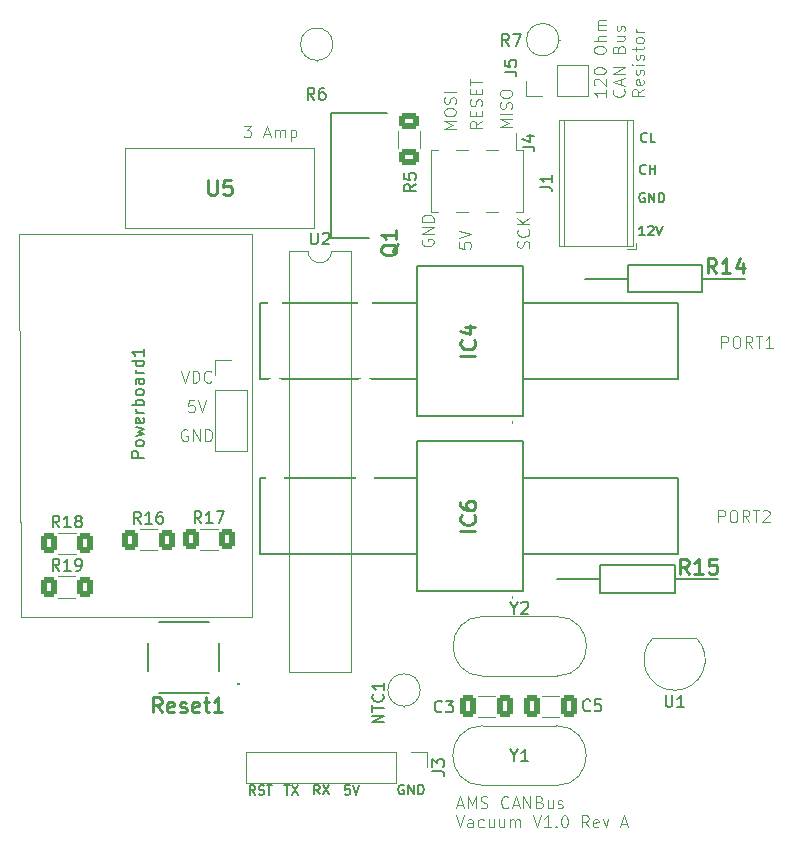
<source format=gbr>
%TF.GenerationSoftware,KiCad,Pcbnew,8.0.1-rc1*%
%TF.CreationDate,2024-11-22T07:55:53-08:00*%
%TF.ProjectId,AMS - CANBus Sensor - Vacuum,414d5320-2d20-4434-914e-427573205365,rev?*%
%TF.SameCoordinates,Original*%
%TF.FileFunction,Legend,Top*%
%TF.FilePolarity,Positive*%
%FSLAX46Y46*%
G04 Gerber Fmt 4.6, Leading zero omitted, Abs format (unit mm)*
G04 Created by KiCad (PCBNEW 8.0.1-rc1) date 2024-11-22 07:55:53*
%MOMM*%
%LPD*%
G01*
G04 APERTURE LIST*
G04 Aperture macros list*
%AMRoundRect*
0 Rectangle with rounded corners*
0 $1 Rounding radius*
0 $2 $3 $4 $5 $6 $7 $8 $9 X,Y pos of 4 corners*
0 Add a 4 corners polygon primitive as box body*
4,1,4,$2,$3,$4,$5,$6,$7,$8,$9,$2,$3,0*
0 Add four circle primitives for the rounded corners*
1,1,$1+$1,$2,$3*
1,1,$1+$1,$4,$5*
1,1,$1+$1,$6,$7*
1,1,$1+$1,$8,$9*
0 Add four rect primitives between the rounded corners*
20,1,$1+$1,$2,$3,$4,$5,0*
20,1,$1+$1,$4,$5,$6,$7,0*
20,1,$1+$1,$6,$7,$8,$9,0*
20,1,$1+$1,$8,$9,$2,$3,0*%
G04 Aperture macros list end*
%ADD10C,0.100000*%
%ADD11C,0.150000*%
%ADD12C,0.254000*%
%ADD13C,0.200000*%
%ADD14C,0.120000*%
%ADD15C,2.400000*%
%ADD16R,1.500000X1.500000*%
%ADD17C,1.500000*%
%ADD18C,1.200000*%
%ADD19R,1.920000X1.920000*%
%ADD20C,1.920000*%
%ADD21RoundRect,0.250000X-0.412500X-0.650000X0.412500X-0.650000X0.412500X0.650000X-0.412500X0.650000X0*%
%ADD22RoundRect,0.250000X-0.400000X-0.625000X0.400000X-0.625000X0.400000X0.625000X-0.400000X0.625000X0*%
%ADD23C,1.600000*%
%ADD24O,1.600000X1.600000*%
%ADD25R,2.200000X2.200000*%
%ADD26C,2.200000*%
%ADD27R,1.365000X1.365000*%
%ADD28C,1.365000*%
%ADD29R,1.700000X1.700000*%
%ADD30O,1.700000X1.700000*%
%ADD31R,1.000000X3.150000*%
%ADD32R,1.600000X1.600000*%
%ADD33RoundRect,0.250000X0.412500X0.650000X-0.412500X0.650000X-0.412500X-0.650000X0.412500X-0.650000X0*%
%ADD34R,1.050000X1.500000*%
%ADD35O,1.050000X1.500000*%
%ADD36RoundRect,0.250000X0.625000X-0.400000X0.625000X0.400000X-0.625000X0.400000X-0.625000X-0.400000X0*%
G04 APERTURE END LIST*
D10*
X132728538Y-75617463D02*
X132728538Y-108002463D01*
X113077021Y-75617463D02*
X113170283Y-108002464D01*
X132728538Y-108002463D02*
X113170538Y-108002463D01*
X132728538Y-75617463D02*
X113077021Y-75617463D01*
X147180994Y-76063643D02*
X147133375Y-76158881D01*
X147133375Y-76158881D02*
X147133375Y-76301738D01*
X147133375Y-76301738D02*
X147180994Y-76444595D01*
X147180994Y-76444595D02*
X147276232Y-76539833D01*
X147276232Y-76539833D02*
X147371470Y-76587452D01*
X147371470Y-76587452D02*
X147561946Y-76635071D01*
X147561946Y-76635071D02*
X147704803Y-76635071D01*
X147704803Y-76635071D02*
X147895279Y-76587452D01*
X147895279Y-76587452D02*
X147990517Y-76539833D01*
X147990517Y-76539833D02*
X148085756Y-76444595D01*
X148085756Y-76444595D02*
X148133375Y-76301738D01*
X148133375Y-76301738D02*
X148133375Y-76206500D01*
X148133375Y-76206500D02*
X148085756Y-76063643D01*
X148085756Y-76063643D02*
X148038136Y-76016024D01*
X148038136Y-76016024D02*
X147704803Y-76016024D01*
X147704803Y-76016024D02*
X147704803Y-76206500D01*
X148133375Y-75587452D02*
X147133375Y-75587452D01*
X147133375Y-75587452D02*
X148133375Y-75016024D01*
X148133375Y-75016024D02*
X147133375Y-75016024D01*
X148133375Y-74539833D02*
X147133375Y-74539833D01*
X147133375Y-74539833D02*
X147133375Y-74301738D01*
X147133375Y-74301738D02*
X147180994Y-74158881D01*
X147180994Y-74158881D02*
X147276232Y-74063643D01*
X147276232Y-74063643D02*
X147371470Y-74016024D01*
X147371470Y-74016024D02*
X147561946Y-73968405D01*
X147561946Y-73968405D02*
X147704803Y-73968405D01*
X147704803Y-73968405D02*
X147895279Y-74016024D01*
X147895279Y-74016024D02*
X147990517Y-74063643D01*
X147990517Y-74063643D02*
X148085756Y-74158881D01*
X148085756Y-74158881D02*
X148133375Y-74301738D01*
X148133375Y-74301738D02*
X148133375Y-74539833D01*
X162709605Y-63397734D02*
X162709605Y-63969162D01*
X162709605Y-63683448D02*
X161709605Y-63683448D01*
X161709605Y-63683448D02*
X161852462Y-63778686D01*
X161852462Y-63778686D02*
X161947700Y-63873924D01*
X161947700Y-63873924D02*
X161995319Y-63969162D01*
X161804843Y-63016781D02*
X161757224Y-62969162D01*
X161757224Y-62969162D02*
X161709605Y-62873924D01*
X161709605Y-62873924D02*
X161709605Y-62635829D01*
X161709605Y-62635829D02*
X161757224Y-62540591D01*
X161757224Y-62540591D02*
X161804843Y-62492972D01*
X161804843Y-62492972D02*
X161900081Y-62445353D01*
X161900081Y-62445353D02*
X161995319Y-62445353D01*
X161995319Y-62445353D02*
X162138176Y-62492972D01*
X162138176Y-62492972D02*
X162709605Y-63064400D01*
X162709605Y-63064400D02*
X162709605Y-62445353D01*
X161709605Y-61826305D02*
X161709605Y-61731067D01*
X161709605Y-61731067D02*
X161757224Y-61635829D01*
X161757224Y-61635829D02*
X161804843Y-61588210D01*
X161804843Y-61588210D02*
X161900081Y-61540591D01*
X161900081Y-61540591D02*
X162090557Y-61492972D01*
X162090557Y-61492972D02*
X162328652Y-61492972D01*
X162328652Y-61492972D02*
X162519128Y-61540591D01*
X162519128Y-61540591D02*
X162614366Y-61588210D01*
X162614366Y-61588210D02*
X162661986Y-61635829D01*
X162661986Y-61635829D02*
X162709605Y-61731067D01*
X162709605Y-61731067D02*
X162709605Y-61826305D01*
X162709605Y-61826305D02*
X162661986Y-61921543D01*
X162661986Y-61921543D02*
X162614366Y-61969162D01*
X162614366Y-61969162D02*
X162519128Y-62016781D01*
X162519128Y-62016781D02*
X162328652Y-62064400D01*
X162328652Y-62064400D02*
X162090557Y-62064400D01*
X162090557Y-62064400D02*
X161900081Y-62016781D01*
X161900081Y-62016781D02*
X161804843Y-61969162D01*
X161804843Y-61969162D02*
X161757224Y-61921543D01*
X161757224Y-61921543D02*
X161709605Y-61826305D01*
X161709605Y-60112019D02*
X161709605Y-59921543D01*
X161709605Y-59921543D02*
X161757224Y-59826305D01*
X161757224Y-59826305D02*
X161852462Y-59731067D01*
X161852462Y-59731067D02*
X162042938Y-59683448D01*
X162042938Y-59683448D02*
X162376271Y-59683448D01*
X162376271Y-59683448D02*
X162566747Y-59731067D01*
X162566747Y-59731067D02*
X162661986Y-59826305D01*
X162661986Y-59826305D02*
X162709605Y-59921543D01*
X162709605Y-59921543D02*
X162709605Y-60112019D01*
X162709605Y-60112019D02*
X162661986Y-60207257D01*
X162661986Y-60207257D02*
X162566747Y-60302495D01*
X162566747Y-60302495D02*
X162376271Y-60350114D01*
X162376271Y-60350114D02*
X162042938Y-60350114D01*
X162042938Y-60350114D02*
X161852462Y-60302495D01*
X161852462Y-60302495D02*
X161757224Y-60207257D01*
X161757224Y-60207257D02*
X161709605Y-60112019D01*
X162709605Y-59254876D02*
X161709605Y-59254876D01*
X162709605Y-58826305D02*
X162185795Y-58826305D01*
X162185795Y-58826305D02*
X162090557Y-58873924D01*
X162090557Y-58873924D02*
X162042938Y-58969162D01*
X162042938Y-58969162D02*
X162042938Y-59112019D01*
X162042938Y-59112019D02*
X162090557Y-59207257D01*
X162090557Y-59207257D02*
X162138176Y-59254876D01*
X162709605Y-58350114D02*
X162042938Y-58350114D01*
X162138176Y-58350114D02*
X162090557Y-58302495D01*
X162090557Y-58302495D02*
X162042938Y-58207257D01*
X162042938Y-58207257D02*
X162042938Y-58064400D01*
X162042938Y-58064400D02*
X162090557Y-57969162D01*
X162090557Y-57969162D02*
X162185795Y-57921543D01*
X162185795Y-57921543D02*
X162709605Y-57921543D01*
X162185795Y-57921543D02*
X162090557Y-57873924D01*
X162090557Y-57873924D02*
X162042938Y-57778686D01*
X162042938Y-57778686D02*
X162042938Y-57635829D01*
X162042938Y-57635829D02*
X162090557Y-57540590D01*
X162090557Y-57540590D02*
X162185795Y-57492971D01*
X162185795Y-57492971D02*
X162709605Y-57492971D01*
X164224310Y-63350115D02*
X164271930Y-63397734D01*
X164271930Y-63397734D02*
X164319549Y-63540591D01*
X164319549Y-63540591D02*
X164319549Y-63635829D01*
X164319549Y-63635829D02*
X164271930Y-63778686D01*
X164271930Y-63778686D02*
X164176691Y-63873924D01*
X164176691Y-63873924D02*
X164081453Y-63921543D01*
X164081453Y-63921543D02*
X163890977Y-63969162D01*
X163890977Y-63969162D02*
X163748120Y-63969162D01*
X163748120Y-63969162D02*
X163557644Y-63921543D01*
X163557644Y-63921543D02*
X163462406Y-63873924D01*
X163462406Y-63873924D02*
X163367168Y-63778686D01*
X163367168Y-63778686D02*
X163319549Y-63635829D01*
X163319549Y-63635829D02*
X163319549Y-63540591D01*
X163319549Y-63540591D02*
X163367168Y-63397734D01*
X163367168Y-63397734D02*
X163414787Y-63350115D01*
X164033834Y-62969162D02*
X164033834Y-62492972D01*
X164319549Y-63064400D02*
X163319549Y-62731067D01*
X163319549Y-62731067D02*
X164319549Y-62397734D01*
X164319549Y-62064400D02*
X163319549Y-62064400D01*
X163319549Y-62064400D02*
X164319549Y-61492972D01*
X164319549Y-61492972D02*
X163319549Y-61492972D01*
X163795739Y-59921543D02*
X163843358Y-59778686D01*
X163843358Y-59778686D02*
X163890977Y-59731067D01*
X163890977Y-59731067D02*
X163986215Y-59683448D01*
X163986215Y-59683448D02*
X164129072Y-59683448D01*
X164129072Y-59683448D02*
X164224310Y-59731067D01*
X164224310Y-59731067D02*
X164271930Y-59778686D01*
X164271930Y-59778686D02*
X164319549Y-59873924D01*
X164319549Y-59873924D02*
X164319549Y-60254876D01*
X164319549Y-60254876D02*
X163319549Y-60254876D01*
X163319549Y-60254876D02*
X163319549Y-59921543D01*
X163319549Y-59921543D02*
X163367168Y-59826305D01*
X163367168Y-59826305D02*
X163414787Y-59778686D01*
X163414787Y-59778686D02*
X163510025Y-59731067D01*
X163510025Y-59731067D02*
X163605263Y-59731067D01*
X163605263Y-59731067D02*
X163700501Y-59778686D01*
X163700501Y-59778686D02*
X163748120Y-59826305D01*
X163748120Y-59826305D02*
X163795739Y-59921543D01*
X163795739Y-59921543D02*
X163795739Y-60254876D01*
X163652882Y-58826305D02*
X164319549Y-58826305D01*
X163652882Y-59254876D02*
X164176691Y-59254876D01*
X164176691Y-59254876D02*
X164271930Y-59207257D01*
X164271930Y-59207257D02*
X164319549Y-59112019D01*
X164319549Y-59112019D02*
X164319549Y-58969162D01*
X164319549Y-58969162D02*
X164271930Y-58873924D01*
X164271930Y-58873924D02*
X164224310Y-58826305D01*
X164271930Y-58397733D02*
X164319549Y-58302495D01*
X164319549Y-58302495D02*
X164319549Y-58112019D01*
X164319549Y-58112019D02*
X164271930Y-58016781D01*
X164271930Y-58016781D02*
X164176691Y-57969162D01*
X164176691Y-57969162D02*
X164129072Y-57969162D01*
X164129072Y-57969162D02*
X164033834Y-58016781D01*
X164033834Y-58016781D02*
X163986215Y-58112019D01*
X163986215Y-58112019D02*
X163986215Y-58254876D01*
X163986215Y-58254876D02*
X163938596Y-58350114D01*
X163938596Y-58350114D02*
X163843358Y-58397733D01*
X163843358Y-58397733D02*
X163795739Y-58397733D01*
X163795739Y-58397733D02*
X163700501Y-58350114D01*
X163700501Y-58350114D02*
X163652882Y-58254876D01*
X163652882Y-58254876D02*
X163652882Y-58112019D01*
X163652882Y-58112019D02*
X163700501Y-58016781D01*
X165929493Y-63350115D02*
X165453302Y-63683448D01*
X165929493Y-63921543D02*
X164929493Y-63921543D01*
X164929493Y-63921543D02*
X164929493Y-63540591D01*
X164929493Y-63540591D02*
X164977112Y-63445353D01*
X164977112Y-63445353D02*
X165024731Y-63397734D01*
X165024731Y-63397734D02*
X165119969Y-63350115D01*
X165119969Y-63350115D02*
X165262826Y-63350115D01*
X165262826Y-63350115D02*
X165358064Y-63397734D01*
X165358064Y-63397734D02*
X165405683Y-63445353D01*
X165405683Y-63445353D02*
X165453302Y-63540591D01*
X165453302Y-63540591D02*
X165453302Y-63921543D01*
X165881874Y-62540591D02*
X165929493Y-62635829D01*
X165929493Y-62635829D02*
X165929493Y-62826305D01*
X165929493Y-62826305D02*
X165881874Y-62921543D01*
X165881874Y-62921543D02*
X165786635Y-62969162D01*
X165786635Y-62969162D02*
X165405683Y-62969162D01*
X165405683Y-62969162D02*
X165310445Y-62921543D01*
X165310445Y-62921543D02*
X165262826Y-62826305D01*
X165262826Y-62826305D02*
X165262826Y-62635829D01*
X165262826Y-62635829D02*
X165310445Y-62540591D01*
X165310445Y-62540591D02*
X165405683Y-62492972D01*
X165405683Y-62492972D02*
X165500921Y-62492972D01*
X165500921Y-62492972D02*
X165596159Y-62969162D01*
X165881874Y-62112019D02*
X165929493Y-62016781D01*
X165929493Y-62016781D02*
X165929493Y-61826305D01*
X165929493Y-61826305D02*
X165881874Y-61731067D01*
X165881874Y-61731067D02*
X165786635Y-61683448D01*
X165786635Y-61683448D02*
X165739016Y-61683448D01*
X165739016Y-61683448D02*
X165643778Y-61731067D01*
X165643778Y-61731067D02*
X165596159Y-61826305D01*
X165596159Y-61826305D02*
X165596159Y-61969162D01*
X165596159Y-61969162D02*
X165548540Y-62064400D01*
X165548540Y-62064400D02*
X165453302Y-62112019D01*
X165453302Y-62112019D02*
X165405683Y-62112019D01*
X165405683Y-62112019D02*
X165310445Y-62064400D01*
X165310445Y-62064400D02*
X165262826Y-61969162D01*
X165262826Y-61969162D02*
X165262826Y-61826305D01*
X165262826Y-61826305D02*
X165310445Y-61731067D01*
X165929493Y-61254876D02*
X165262826Y-61254876D01*
X164929493Y-61254876D02*
X164977112Y-61302495D01*
X164977112Y-61302495D02*
X165024731Y-61254876D01*
X165024731Y-61254876D02*
X164977112Y-61207257D01*
X164977112Y-61207257D02*
X164929493Y-61254876D01*
X164929493Y-61254876D02*
X165024731Y-61254876D01*
X165881874Y-60826305D02*
X165929493Y-60731067D01*
X165929493Y-60731067D02*
X165929493Y-60540591D01*
X165929493Y-60540591D02*
X165881874Y-60445353D01*
X165881874Y-60445353D02*
X165786635Y-60397734D01*
X165786635Y-60397734D02*
X165739016Y-60397734D01*
X165739016Y-60397734D02*
X165643778Y-60445353D01*
X165643778Y-60445353D02*
X165596159Y-60540591D01*
X165596159Y-60540591D02*
X165596159Y-60683448D01*
X165596159Y-60683448D02*
X165548540Y-60778686D01*
X165548540Y-60778686D02*
X165453302Y-60826305D01*
X165453302Y-60826305D02*
X165405683Y-60826305D01*
X165405683Y-60826305D02*
X165310445Y-60778686D01*
X165310445Y-60778686D02*
X165262826Y-60683448D01*
X165262826Y-60683448D02*
X165262826Y-60540591D01*
X165262826Y-60540591D02*
X165310445Y-60445353D01*
X165262826Y-60112019D02*
X165262826Y-59731067D01*
X164929493Y-59969162D02*
X165786635Y-59969162D01*
X165786635Y-59969162D02*
X165881874Y-59921543D01*
X165881874Y-59921543D02*
X165929493Y-59826305D01*
X165929493Y-59826305D02*
X165929493Y-59731067D01*
X165929493Y-59254876D02*
X165881874Y-59350114D01*
X165881874Y-59350114D02*
X165834254Y-59397733D01*
X165834254Y-59397733D02*
X165739016Y-59445352D01*
X165739016Y-59445352D02*
X165453302Y-59445352D01*
X165453302Y-59445352D02*
X165358064Y-59397733D01*
X165358064Y-59397733D02*
X165310445Y-59350114D01*
X165310445Y-59350114D02*
X165262826Y-59254876D01*
X165262826Y-59254876D02*
X165262826Y-59112019D01*
X165262826Y-59112019D02*
X165310445Y-59016781D01*
X165310445Y-59016781D02*
X165358064Y-58969162D01*
X165358064Y-58969162D02*
X165453302Y-58921543D01*
X165453302Y-58921543D02*
X165739016Y-58921543D01*
X165739016Y-58921543D02*
X165834254Y-58969162D01*
X165834254Y-58969162D02*
X165881874Y-59016781D01*
X165881874Y-59016781D02*
X165929493Y-59112019D01*
X165929493Y-59112019D02*
X165929493Y-59254876D01*
X165929493Y-58492971D02*
X165262826Y-58492971D01*
X165453302Y-58492971D02*
X165358064Y-58445352D01*
X165358064Y-58445352D02*
X165310445Y-58397733D01*
X165310445Y-58397733D02*
X165262826Y-58302495D01*
X165262826Y-58302495D02*
X165262826Y-58207257D01*
X172248480Y-99988457D02*
X172248480Y-98988457D01*
X172248480Y-98988457D02*
X172629432Y-98988457D01*
X172629432Y-98988457D02*
X172724670Y-99036076D01*
X172724670Y-99036076D02*
X172772289Y-99083695D01*
X172772289Y-99083695D02*
X172819908Y-99178933D01*
X172819908Y-99178933D02*
X172819908Y-99321790D01*
X172819908Y-99321790D02*
X172772289Y-99417028D01*
X172772289Y-99417028D02*
X172724670Y-99464647D01*
X172724670Y-99464647D02*
X172629432Y-99512266D01*
X172629432Y-99512266D02*
X172248480Y-99512266D01*
X173438956Y-98988457D02*
X173629432Y-98988457D01*
X173629432Y-98988457D02*
X173724670Y-99036076D01*
X173724670Y-99036076D02*
X173819908Y-99131314D01*
X173819908Y-99131314D02*
X173867527Y-99321790D01*
X173867527Y-99321790D02*
X173867527Y-99655123D01*
X173867527Y-99655123D02*
X173819908Y-99845599D01*
X173819908Y-99845599D02*
X173724670Y-99940838D01*
X173724670Y-99940838D02*
X173629432Y-99988457D01*
X173629432Y-99988457D02*
X173438956Y-99988457D01*
X173438956Y-99988457D02*
X173343718Y-99940838D01*
X173343718Y-99940838D02*
X173248480Y-99845599D01*
X173248480Y-99845599D02*
X173200861Y-99655123D01*
X173200861Y-99655123D02*
X173200861Y-99321790D01*
X173200861Y-99321790D02*
X173248480Y-99131314D01*
X173248480Y-99131314D02*
X173343718Y-99036076D01*
X173343718Y-99036076D02*
X173438956Y-98988457D01*
X174867527Y-99988457D02*
X174534194Y-99512266D01*
X174296099Y-99988457D02*
X174296099Y-98988457D01*
X174296099Y-98988457D02*
X174677051Y-98988457D01*
X174677051Y-98988457D02*
X174772289Y-99036076D01*
X174772289Y-99036076D02*
X174819908Y-99083695D01*
X174819908Y-99083695D02*
X174867527Y-99178933D01*
X174867527Y-99178933D02*
X174867527Y-99321790D01*
X174867527Y-99321790D02*
X174819908Y-99417028D01*
X174819908Y-99417028D02*
X174772289Y-99464647D01*
X174772289Y-99464647D02*
X174677051Y-99512266D01*
X174677051Y-99512266D02*
X174296099Y-99512266D01*
X175153242Y-98988457D02*
X175724670Y-98988457D01*
X175438956Y-99988457D02*
X175438956Y-98988457D01*
X176010385Y-99083695D02*
X176058004Y-99036076D01*
X176058004Y-99036076D02*
X176153242Y-98988457D01*
X176153242Y-98988457D02*
X176391337Y-98988457D01*
X176391337Y-98988457D02*
X176486575Y-99036076D01*
X176486575Y-99036076D02*
X176534194Y-99083695D01*
X176534194Y-99083695D02*
X176581813Y-99178933D01*
X176581813Y-99178933D02*
X176581813Y-99274171D01*
X176581813Y-99274171D02*
X176534194Y-99417028D01*
X176534194Y-99417028D02*
X175962766Y-99988457D01*
X175962766Y-99988457D02*
X176581813Y-99988457D01*
D11*
X166115973Y-70442211D02*
X166077877Y-70480307D01*
X166077877Y-70480307D02*
X165963592Y-70518402D01*
X165963592Y-70518402D02*
X165887401Y-70518402D01*
X165887401Y-70518402D02*
X165773115Y-70480307D01*
X165773115Y-70480307D02*
X165696925Y-70404116D01*
X165696925Y-70404116D02*
X165658830Y-70327926D01*
X165658830Y-70327926D02*
X165620734Y-70175545D01*
X165620734Y-70175545D02*
X165620734Y-70061259D01*
X165620734Y-70061259D02*
X165658830Y-69908878D01*
X165658830Y-69908878D02*
X165696925Y-69832687D01*
X165696925Y-69832687D02*
X165773115Y-69756497D01*
X165773115Y-69756497D02*
X165887401Y-69718402D01*
X165887401Y-69718402D02*
X165963592Y-69718402D01*
X165963592Y-69718402D02*
X166077877Y-69756497D01*
X166077877Y-69756497D02*
X166115973Y-69794592D01*
X166458830Y-70518402D02*
X166458830Y-69718402D01*
X166458830Y-70099354D02*
X166915973Y-70099354D01*
X166915973Y-70518402D02*
X166915973Y-69718402D01*
X166195714Y-67731006D02*
X166157618Y-67769102D01*
X166157618Y-67769102D02*
X166043333Y-67807197D01*
X166043333Y-67807197D02*
X165967142Y-67807197D01*
X165967142Y-67807197D02*
X165852856Y-67769102D01*
X165852856Y-67769102D02*
X165776666Y-67692911D01*
X165776666Y-67692911D02*
X165738571Y-67616721D01*
X165738571Y-67616721D02*
X165700475Y-67464340D01*
X165700475Y-67464340D02*
X165700475Y-67350054D01*
X165700475Y-67350054D02*
X165738571Y-67197673D01*
X165738571Y-67197673D02*
X165776666Y-67121482D01*
X165776666Y-67121482D02*
X165852856Y-67045292D01*
X165852856Y-67045292D02*
X165967142Y-67007197D01*
X165967142Y-67007197D02*
X166043333Y-67007197D01*
X166043333Y-67007197D02*
X166157618Y-67045292D01*
X166157618Y-67045292D02*
X166195714Y-67083387D01*
X166919523Y-67807197D02*
X166538571Y-67807197D01*
X166538571Y-67807197D02*
X166538571Y-67007197D01*
D10*
X156190340Y-76772238D02*
X156237959Y-76629381D01*
X156237959Y-76629381D02*
X156237959Y-76391286D01*
X156237959Y-76391286D02*
X156190340Y-76296048D01*
X156190340Y-76296048D02*
X156142720Y-76248429D01*
X156142720Y-76248429D02*
X156047482Y-76200810D01*
X156047482Y-76200810D02*
X155952244Y-76200810D01*
X155952244Y-76200810D02*
X155857006Y-76248429D01*
X155857006Y-76248429D02*
X155809387Y-76296048D01*
X155809387Y-76296048D02*
X155761768Y-76391286D01*
X155761768Y-76391286D02*
X155714149Y-76581762D01*
X155714149Y-76581762D02*
X155666530Y-76677000D01*
X155666530Y-76677000D02*
X155618911Y-76724619D01*
X155618911Y-76724619D02*
X155523673Y-76772238D01*
X155523673Y-76772238D02*
X155428435Y-76772238D01*
X155428435Y-76772238D02*
X155333197Y-76724619D01*
X155333197Y-76724619D02*
X155285578Y-76677000D01*
X155285578Y-76677000D02*
X155237959Y-76581762D01*
X155237959Y-76581762D02*
X155237959Y-76343667D01*
X155237959Y-76343667D02*
X155285578Y-76200810D01*
X156142720Y-75200810D02*
X156190340Y-75248429D01*
X156190340Y-75248429D02*
X156237959Y-75391286D01*
X156237959Y-75391286D02*
X156237959Y-75486524D01*
X156237959Y-75486524D02*
X156190340Y-75629381D01*
X156190340Y-75629381D02*
X156095101Y-75724619D01*
X156095101Y-75724619D02*
X155999863Y-75772238D01*
X155999863Y-75772238D02*
X155809387Y-75819857D01*
X155809387Y-75819857D02*
X155666530Y-75819857D01*
X155666530Y-75819857D02*
X155476054Y-75772238D01*
X155476054Y-75772238D02*
X155380816Y-75724619D01*
X155380816Y-75724619D02*
X155285578Y-75629381D01*
X155285578Y-75629381D02*
X155237959Y-75486524D01*
X155237959Y-75486524D02*
X155237959Y-75391286D01*
X155237959Y-75391286D02*
X155285578Y-75248429D01*
X155285578Y-75248429D02*
X155333197Y-75200810D01*
X156237959Y-74772238D02*
X155237959Y-74772238D01*
X156237959Y-74200810D02*
X155666530Y-74629381D01*
X155237959Y-74200810D02*
X155809387Y-74772238D01*
D11*
X145611056Y-122262439D02*
X145534866Y-122224344D01*
X145534866Y-122224344D02*
X145420580Y-122224344D01*
X145420580Y-122224344D02*
X145306294Y-122262439D01*
X145306294Y-122262439D02*
X145230104Y-122338629D01*
X145230104Y-122338629D02*
X145192009Y-122414820D01*
X145192009Y-122414820D02*
X145153913Y-122567201D01*
X145153913Y-122567201D02*
X145153913Y-122681487D01*
X145153913Y-122681487D02*
X145192009Y-122833868D01*
X145192009Y-122833868D02*
X145230104Y-122910058D01*
X145230104Y-122910058D02*
X145306294Y-122986249D01*
X145306294Y-122986249D02*
X145420580Y-123024344D01*
X145420580Y-123024344D02*
X145496771Y-123024344D01*
X145496771Y-123024344D02*
X145611056Y-122986249D01*
X145611056Y-122986249D02*
X145649152Y-122948153D01*
X145649152Y-122948153D02*
X145649152Y-122681487D01*
X145649152Y-122681487D02*
X145496771Y-122681487D01*
X145992009Y-123024344D02*
X145992009Y-122224344D01*
X145992009Y-122224344D02*
X146449152Y-123024344D01*
X146449152Y-123024344D02*
X146449152Y-122224344D01*
X146830104Y-123024344D02*
X146830104Y-122224344D01*
X146830104Y-122224344D02*
X147020580Y-122224344D01*
X147020580Y-122224344D02*
X147134866Y-122262439D01*
X147134866Y-122262439D02*
X147211056Y-122338629D01*
X147211056Y-122338629D02*
X147249151Y-122414820D01*
X147249151Y-122414820D02*
X147287247Y-122567201D01*
X147287247Y-122567201D02*
X147287247Y-122681487D01*
X147287247Y-122681487D02*
X147249151Y-122833868D01*
X147249151Y-122833868D02*
X147211056Y-122910058D01*
X147211056Y-122910058D02*
X147134866Y-122986249D01*
X147134866Y-122986249D02*
X147020580Y-123024344D01*
X147020580Y-123024344D02*
X146830104Y-123024344D01*
D10*
X172505429Y-85242404D02*
X172505429Y-84242404D01*
X172505429Y-84242404D02*
X172886381Y-84242404D01*
X172886381Y-84242404D02*
X172981619Y-84290023D01*
X172981619Y-84290023D02*
X173029238Y-84337642D01*
X173029238Y-84337642D02*
X173076857Y-84432880D01*
X173076857Y-84432880D02*
X173076857Y-84575737D01*
X173076857Y-84575737D02*
X173029238Y-84670975D01*
X173029238Y-84670975D02*
X172981619Y-84718594D01*
X172981619Y-84718594D02*
X172886381Y-84766213D01*
X172886381Y-84766213D02*
X172505429Y-84766213D01*
X173695905Y-84242404D02*
X173886381Y-84242404D01*
X173886381Y-84242404D02*
X173981619Y-84290023D01*
X173981619Y-84290023D02*
X174076857Y-84385261D01*
X174076857Y-84385261D02*
X174124476Y-84575737D01*
X174124476Y-84575737D02*
X174124476Y-84909070D01*
X174124476Y-84909070D02*
X174076857Y-85099546D01*
X174076857Y-85099546D02*
X173981619Y-85194785D01*
X173981619Y-85194785D02*
X173886381Y-85242404D01*
X173886381Y-85242404D02*
X173695905Y-85242404D01*
X173695905Y-85242404D02*
X173600667Y-85194785D01*
X173600667Y-85194785D02*
X173505429Y-85099546D01*
X173505429Y-85099546D02*
X173457810Y-84909070D01*
X173457810Y-84909070D02*
X173457810Y-84575737D01*
X173457810Y-84575737D02*
X173505429Y-84385261D01*
X173505429Y-84385261D02*
X173600667Y-84290023D01*
X173600667Y-84290023D02*
X173695905Y-84242404D01*
X175124476Y-85242404D02*
X174791143Y-84766213D01*
X174553048Y-85242404D02*
X174553048Y-84242404D01*
X174553048Y-84242404D02*
X174934000Y-84242404D01*
X174934000Y-84242404D02*
X175029238Y-84290023D01*
X175029238Y-84290023D02*
X175076857Y-84337642D01*
X175076857Y-84337642D02*
X175124476Y-84432880D01*
X175124476Y-84432880D02*
X175124476Y-84575737D01*
X175124476Y-84575737D02*
X175076857Y-84670975D01*
X175076857Y-84670975D02*
X175029238Y-84718594D01*
X175029238Y-84718594D02*
X174934000Y-84766213D01*
X174934000Y-84766213D02*
X174553048Y-84766213D01*
X175410191Y-84242404D02*
X175981619Y-84242404D01*
X175695905Y-85242404D02*
X175695905Y-84242404D01*
X176838762Y-85242404D02*
X176267334Y-85242404D01*
X176553048Y-85242404D02*
X176553048Y-84242404D01*
X176553048Y-84242404D02*
X176457810Y-84385261D01*
X176457810Y-84385261D02*
X176362572Y-84480499D01*
X176362572Y-84480499D02*
X176267334Y-84528118D01*
D11*
X133025328Y-123051094D02*
X132758661Y-122670141D01*
X132568185Y-123051094D02*
X132568185Y-122251094D01*
X132568185Y-122251094D02*
X132872947Y-122251094D01*
X132872947Y-122251094D02*
X132949137Y-122289189D01*
X132949137Y-122289189D02*
X132987232Y-122327284D01*
X132987232Y-122327284D02*
X133025328Y-122403475D01*
X133025328Y-122403475D02*
X133025328Y-122517760D01*
X133025328Y-122517760D02*
X132987232Y-122593951D01*
X132987232Y-122593951D02*
X132949137Y-122632046D01*
X132949137Y-122632046D02*
X132872947Y-122670141D01*
X132872947Y-122670141D02*
X132568185Y-122670141D01*
X133330089Y-123012999D02*
X133444375Y-123051094D01*
X133444375Y-123051094D02*
X133634851Y-123051094D01*
X133634851Y-123051094D02*
X133711042Y-123012999D01*
X133711042Y-123012999D02*
X133749137Y-122974903D01*
X133749137Y-122974903D02*
X133787232Y-122898713D01*
X133787232Y-122898713D02*
X133787232Y-122822522D01*
X133787232Y-122822522D02*
X133749137Y-122746332D01*
X133749137Y-122746332D02*
X133711042Y-122708237D01*
X133711042Y-122708237D02*
X133634851Y-122670141D01*
X133634851Y-122670141D02*
X133482470Y-122632046D01*
X133482470Y-122632046D02*
X133406280Y-122593951D01*
X133406280Y-122593951D02*
X133368185Y-122555856D01*
X133368185Y-122555856D02*
X133330089Y-122479665D01*
X133330089Y-122479665D02*
X133330089Y-122403475D01*
X133330089Y-122403475D02*
X133368185Y-122327284D01*
X133368185Y-122327284D02*
X133406280Y-122289189D01*
X133406280Y-122289189D02*
X133482470Y-122251094D01*
X133482470Y-122251094D02*
X133672947Y-122251094D01*
X133672947Y-122251094D02*
X133787232Y-122289189D01*
X134015804Y-122251094D02*
X134472947Y-122251094D01*
X134244375Y-123051094D02*
X134244375Y-122251094D01*
X141028495Y-122251094D02*
X140647543Y-122251094D01*
X140647543Y-122251094D02*
X140609447Y-122632046D01*
X140609447Y-122632046D02*
X140647543Y-122593951D01*
X140647543Y-122593951D02*
X140723733Y-122555856D01*
X140723733Y-122555856D02*
X140914209Y-122555856D01*
X140914209Y-122555856D02*
X140990400Y-122593951D01*
X140990400Y-122593951D02*
X141028495Y-122632046D01*
X141028495Y-122632046D02*
X141066590Y-122708237D01*
X141066590Y-122708237D02*
X141066590Y-122898713D01*
X141066590Y-122898713D02*
X141028495Y-122974903D01*
X141028495Y-122974903D02*
X140990400Y-123012999D01*
X140990400Y-123012999D02*
X140914209Y-123051094D01*
X140914209Y-123051094D02*
X140723733Y-123051094D01*
X140723733Y-123051094D02*
X140647543Y-123012999D01*
X140647543Y-123012999D02*
X140609447Y-122974903D01*
X141295162Y-122251094D02*
X141561829Y-123051094D01*
X141561829Y-123051094D02*
X141828495Y-122251094D01*
D10*
X150039281Y-66707847D02*
X149039281Y-66707847D01*
X149039281Y-66707847D02*
X149753566Y-66374514D01*
X149753566Y-66374514D02*
X149039281Y-66041181D01*
X149039281Y-66041181D02*
X150039281Y-66041181D01*
X149039281Y-65374514D02*
X149039281Y-65184038D01*
X149039281Y-65184038D02*
X149086900Y-65088800D01*
X149086900Y-65088800D02*
X149182138Y-64993562D01*
X149182138Y-64993562D02*
X149372614Y-64945943D01*
X149372614Y-64945943D02*
X149705947Y-64945943D01*
X149705947Y-64945943D02*
X149896423Y-64993562D01*
X149896423Y-64993562D02*
X149991662Y-65088800D01*
X149991662Y-65088800D02*
X150039281Y-65184038D01*
X150039281Y-65184038D02*
X150039281Y-65374514D01*
X150039281Y-65374514D02*
X149991662Y-65469752D01*
X149991662Y-65469752D02*
X149896423Y-65564990D01*
X149896423Y-65564990D02*
X149705947Y-65612609D01*
X149705947Y-65612609D02*
X149372614Y-65612609D01*
X149372614Y-65612609D02*
X149182138Y-65564990D01*
X149182138Y-65564990D02*
X149086900Y-65469752D01*
X149086900Y-65469752D02*
X149039281Y-65374514D01*
X149991662Y-64564990D02*
X150039281Y-64422133D01*
X150039281Y-64422133D02*
X150039281Y-64184038D01*
X150039281Y-64184038D02*
X149991662Y-64088800D01*
X149991662Y-64088800D02*
X149944042Y-64041181D01*
X149944042Y-64041181D02*
X149848804Y-63993562D01*
X149848804Y-63993562D02*
X149753566Y-63993562D01*
X149753566Y-63993562D02*
X149658328Y-64041181D01*
X149658328Y-64041181D02*
X149610709Y-64088800D01*
X149610709Y-64088800D02*
X149563090Y-64184038D01*
X149563090Y-64184038D02*
X149515471Y-64374514D01*
X149515471Y-64374514D02*
X149467852Y-64469752D01*
X149467852Y-64469752D02*
X149420233Y-64517371D01*
X149420233Y-64517371D02*
X149324995Y-64564990D01*
X149324995Y-64564990D02*
X149229757Y-64564990D01*
X149229757Y-64564990D02*
X149134519Y-64517371D01*
X149134519Y-64517371D02*
X149086900Y-64469752D01*
X149086900Y-64469752D02*
X149039281Y-64374514D01*
X149039281Y-64374514D02*
X149039281Y-64136419D01*
X149039281Y-64136419D02*
X149086900Y-63993562D01*
X150039281Y-63564990D02*
X149039281Y-63564990D01*
D11*
X165998136Y-72148737D02*
X165921946Y-72110642D01*
X165921946Y-72110642D02*
X165807660Y-72110642D01*
X165807660Y-72110642D02*
X165693374Y-72148737D01*
X165693374Y-72148737D02*
X165617184Y-72224927D01*
X165617184Y-72224927D02*
X165579089Y-72301118D01*
X165579089Y-72301118D02*
X165540993Y-72453499D01*
X165540993Y-72453499D02*
X165540993Y-72567785D01*
X165540993Y-72567785D02*
X165579089Y-72720166D01*
X165579089Y-72720166D02*
X165617184Y-72796356D01*
X165617184Y-72796356D02*
X165693374Y-72872547D01*
X165693374Y-72872547D02*
X165807660Y-72910642D01*
X165807660Y-72910642D02*
X165883851Y-72910642D01*
X165883851Y-72910642D02*
X165998136Y-72872547D01*
X165998136Y-72872547D02*
X166036232Y-72834451D01*
X166036232Y-72834451D02*
X166036232Y-72567785D01*
X166036232Y-72567785D02*
X165883851Y-72567785D01*
X166379089Y-72910642D02*
X166379089Y-72110642D01*
X166379089Y-72110642D02*
X166836232Y-72910642D01*
X166836232Y-72910642D02*
X166836232Y-72110642D01*
X167217184Y-72910642D02*
X167217184Y-72110642D01*
X167217184Y-72110642D02*
X167407660Y-72110642D01*
X167407660Y-72110642D02*
X167521946Y-72148737D01*
X167521946Y-72148737D02*
X167598136Y-72224927D01*
X167598136Y-72224927D02*
X167636231Y-72301118D01*
X167636231Y-72301118D02*
X167674327Y-72453499D01*
X167674327Y-72453499D02*
X167674327Y-72567785D01*
X167674327Y-72567785D02*
X167636231Y-72720166D01*
X167636231Y-72720166D02*
X167598136Y-72796356D01*
X167598136Y-72796356D02*
X167521946Y-72872547D01*
X167521946Y-72872547D02*
X167407660Y-72910642D01*
X167407660Y-72910642D02*
X167217184Y-72910642D01*
X138490776Y-123038588D02*
X138224109Y-122657635D01*
X138033633Y-123038588D02*
X138033633Y-122238588D01*
X138033633Y-122238588D02*
X138338395Y-122238588D01*
X138338395Y-122238588D02*
X138414585Y-122276683D01*
X138414585Y-122276683D02*
X138452680Y-122314778D01*
X138452680Y-122314778D02*
X138490776Y-122390969D01*
X138490776Y-122390969D02*
X138490776Y-122505254D01*
X138490776Y-122505254D02*
X138452680Y-122581445D01*
X138452680Y-122581445D02*
X138414585Y-122619540D01*
X138414585Y-122619540D02*
X138338395Y-122657635D01*
X138338395Y-122657635D02*
X138033633Y-122657635D01*
X138757442Y-122238588D02*
X139290776Y-123038588D01*
X139290776Y-122238588D02*
X138757442Y-123038588D01*
D10*
X127300373Y-92179920D02*
X127205135Y-92132301D01*
X127205135Y-92132301D02*
X127062278Y-92132301D01*
X127062278Y-92132301D02*
X126919421Y-92179920D01*
X126919421Y-92179920D02*
X126824183Y-92275158D01*
X126824183Y-92275158D02*
X126776564Y-92370396D01*
X126776564Y-92370396D02*
X126728945Y-92560872D01*
X126728945Y-92560872D02*
X126728945Y-92703729D01*
X126728945Y-92703729D02*
X126776564Y-92894205D01*
X126776564Y-92894205D02*
X126824183Y-92989443D01*
X126824183Y-92989443D02*
X126919421Y-93084682D01*
X126919421Y-93084682D02*
X127062278Y-93132301D01*
X127062278Y-93132301D02*
X127157516Y-93132301D01*
X127157516Y-93132301D02*
X127300373Y-93084682D01*
X127300373Y-93084682D02*
X127347992Y-93037062D01*
X127347992Y-93037062D02*
X127347992Y-92703729D01*
X127347992Y-92703729D02*
X127157516Y-92703729D01*
X127776564Y-93132301D02*
X127776564Y-92132301D01*
X127776564Y-92132301D02*
X128347992Y-93132301D01*
X128347992Y-93132301D02*
X128347992Y-92132301D01*
X128824183Y-93132301D02*
X128824183Y-92132301D01*
X128824183Y-92132301D02*
X129062278Y-92132301D01*
X129062278Y-92132301D02*
X129205135Y-92179920D01*
X129205135Y-92179920D02*
X129300373Y-92275158D01*
X129300373Y-92275158D02*
X129347992Y-92370396D01*
X129347992Y-92370396D02*
X129395611Y-92560872D01*
X129395611Y-92560872D02*
X129395611Y-92703729D01*
X129395611Y-92703729D02*
X129347992Y-92894205D01*
X129347992Y-92894205D02*
X129300373Y-92989443D01*
X129300373Y-92989443D02*
X129205135Y-93084682D01*
X129205135Y-93084682D02*
X129062278Y-93132301D01*
X129062278Y-93132301D02*
X128824183Y-93132301D01*
D11*
X135493039Y-122263601D02*
X135950182Y-122263601D01*
X135721610Y-123063601D02*
X135721610Y-122263601D01*
X136140658Y-122263601D02*
X136673992Y-123063601D01*
X136673992Y-122263601D02*
X136140658Y-123063601D01*
X165998136Y-75701589D02*
X165540993Y-75701589D01*
X165769565Y-75701589D02*
X165769565Y-74901589D01*
X165769565Y-74901589D02*
X165693374Y-75015874D01*
X165693374Y-75015874D02*
X165617184Y-75092065D01*
X165617184Y-75092065D02*
X165540993Y-75130160D01*
X166302898Y-74977779D02*
X166340994Y-74939684D01*
X166340994Y-74939684D02*
X166417184Y-74901589D01*
X166417184Y-74901589D02*
X166607660Y-74901589D01*
X166607660Y-74901589D02*
X166683851Y-74939684D01*
X166683851Y-74939684D02*
X166721946Y-74977779D01*
X166721946Y-74977779D02*
X166760041Y-75053970D01*
X166760041Y-75053970D02*
X166760041Y-75130160D01*
X166760041Y-75130160D02*
X166721946Y-75244446D01*
X166721946Y-75244446D02*
X166264803Y-75701589D01*
X166264803Y-75701589D02*
X166760041Y-75701589D01*
X166988613Y-74901589D02*
X167255280Y-75701589D01*
X167255280Y-75701589D02*
X167521946Y-74901589D01*
D10*
X150128648Y-123922997D02*
X150604838Y-123922997D01*
X150033410Y-124208712D02*
X150366743Y-123208712D01*
X150366743Y-123208712D02*
X150700076Y-124208712D01*
X151033410Y-124208712D02*
X151033410Y-123208712D01*
X151033410Y-123208712D02*
X151366743Y-123922997D01*
X151366743Y-123922997D02*
X151700076Y-123208712D01*
X151700076Y-123208712D02*
X151700076Y-124208712D01*
X152128648Y-124161093D02*
X152271505Y-124208712D01*
X152271505Y-124208712D02*
X152509600Y-124208712D01*
X152509600Y-124208712D02*
X152604838Y-124161093D01*
X152604838Y-124161093D02*
X152652457Y-124113473D01*
X152652457Y-124113473D02*
X152700076Y-124018235D01*
X152700076Y-124018235D02*
X152700076Y-123922997D01*
X152700076Y-123922997D02*
X152652457Y-123827759D01*
X152652457Y-123827759D02*
X152604838Y-123780140D01*
X152604838Y-123780140D02*
X152509600Y-123732521D01*
X152509600Y-123732521D02*
X152319124Y-123684902D01*
X152319124Y-123684902D02*
X152223886Y-123637283D01*
X152223886Y-123637283D02*
X152176267Y-123589664D01*
X152176267Y-123589664D02*
X152128648Y-123494426D01*
X152128648Y-123494426D02*
X152128648Y-123399188D01*
X152128648Y-123399188D02*
X152176267Y-123303950D01*
X152176267Y-123303950D02*
X152223886Y-123256331D01*
X152223886Y-123256331D02*
X152319124Y-123208712D01*
X152319124Y-123208712D02*
X152557219Y-123208712D01*
X152557219Y-123208712D02*
X152700076Y-123256331D01*
X154461981Y-124113473D02*
X154414362Y-124161093D01*
X154414362Y-124161093D02*
X154271505Y-124208712D01*
X154271505Y-124208712D02*
X154176267Y-124208712D01*
X154176267Y-124208712D02*
X154033410Y-124161093D01*
X154033410Y-124161093D02*
X153938172Y-124065854D01*
X153938172Y-124065854D02*
X153890553Y-123970616D01*
X153890553Y-123970616D02*
X153842934Y-123780140D01*
X153842934Y-123780140D02*
X153842934Y-123637283D01*
X153842934Y-123637283D02*
X153890553Y-123446807D01*
X153890553Y-123446807D02*
X153938172Y-123351569D01*
X153938172Y-123351569D02*
X154033410Y-123256331D01*
X154033410Y-123256331D02*
X154176267Y-123208712D01*
X154176267Y-123208712D02*
X154271505Y-123208712D01*
X154271505Y-123208712D02*
X154414362Y-123256331D01*
X154414362Y-123256331D02*
X154461981Y-123303950D01*
X154842934Y-123922997D02*
X155319124Y-123922997D01*
X154747696Y-124208712D02*
X155081029Y-123208712D01*
X155081029Y-123208712D02*
X155414362Y-124208712D01*
X155747696Y-124208712D02*
X155747696Y-123208712D01*
X155747696Y-123208712D02*
X156319124Y-124208712D01*
X156319124Y-124208712D02*
X156319124Y-123208712D01*
X157128648Y-123684902D02*
X157271505Y-123732521D01*
X157271505Y-123732521D02*
X157319124Y-123780140D01*
X157319124Y-123780140D02*
X157366743Y-123875378D01*
X157366743Y-123875378D02*
X157366743Y-124018235D01*
X157366743Y-124018235D02*
X157319124Y-124113473D01*
X157319124Y-124113473D02*
X157271505Y-124161093D01*
X157271505Y-124161093D02*
X157176267Y-124208712D01*
X157176267Y-124208712D02*
X156795315Y-124208712D01*
X156795315Y-124208712D02*
X156795315Y-123208712D01*
X156795315Y-123208712D02*
X157128648Y-123208712D01*
X157128648Y-123208712D02*
X157223886Y-123256331D01*
X157223886Y-123256331D02*
X157271505Y-123303950D01*
X157271505Y-123303950D02*
X157319124Y-123399188D01*
X157319124Y-123399188D02*
X157319124Y-123494426D01*
X157319124Y-123494426D02*
X157271505Y-123589664D01*
X157271505Y-123589664D02*
X157223886Y-123637283D01*
X157223886Y-123637283D02*
X157128648Y-123684902D01*
X157128648Y-123684902D02*
X156795315Y-123684902D01*
X158223886Y-123542045D02*
X158223886Y-124208712D01*
X157795315Y-123542045D02*
X157795315Y-124065854D01*
X157795315Y-124065854D02*
X157842934Y-124161093D01*
X157842934Y-124161093D02*
X157938172Y-124208712D01*
X157938172Y-124208712D02*
X158081029Y-124208712D01*
X158081029Y-124208712D02*
X158176267Y-124161093D01*
X158176267Y-124161093D02*
X158223886Y-124113473D01*
X158652458Y-124161093D02*
X158747696Y-124208712D01*
X158747696Y-124208712D02*
X158938172Y-124208712D01*
X158938172Y-124208712D02*
X159033410Y-124161093D01*
X159033410Y-124161093D02*
X159081029Y-124065854D01*
X159081029Y-124065854D02*
X159081029Y-124018235D01*
X159081029Y-124018235D02*
X159033410Y-123922997D01*
X159033410Y-123922997D02*
X158938172Y-123875378D01*
X158938172Y-123875378D02*
X158795315Y-123875378D01*
X158795315Y-123875378D02*
X158700077Y-123827759D01*
X158700077Y-123827759D02*
X158652458Y-123732521D01*
X158652458Y-123732521D02*
X158652458Y-123684902D01*
X158652458Y-123684902D02*
X158700077Y-123589664D01*
X158700077Y-123589664D02*
X158795315Y-123542045D01*
X158795315Y-123542045D02*
X158938172Y-123542045D01*
X158938172Y-123542045D02*
X159033410Y-123589664D01*
X150033410Y-124818656D02*
X150366743Y-125818656D01*
X150366743Y-125818656D02*
X150700076Y-124818656D01*
X151461981Y-125818656D02*
X151461981Y-125294846D01*
X151461981Y-125294846D02*
X151414362Y-125199608D01*
X151414362Y-125199608D02*
X151319124Y-125151989D01*
X151319124Y-125151989D02*
X151128648Y-125151989D01*
X151128648Y-125151989D02*
X151033410Y-125199608D01*
X151461981Y-125771037D02*
X151366743Y-125818656D01*
X151366743Y-125818656D02*
X151128648Y-125818656D01*
X151128648Y-125818656D02*
X151033410Y-125771037D01*
X151033410Y-125771037D02*
X150985791Y-125675798D01*
X150985791Y-125675798D02*
X150985791Y-125580560D01*
X150985791Y-125580560D02*
X151033410Y-125485322D01*
X151033410Y-125485322D02*
X151128648Y-125437703D01*
X151128648Y-125437703D02*
X151366743Y-125437703D01*
X151366743Y-125437703D02*
X151461981Y-125390084D01*
X152366743Y-125771037D02*
X152271505Y-125818656D01*
X152271505Y-125818656D02*
X152081029Y-125818656D01*
X152081029Y-125818656D02*
X151985791Y-125771037D01*
X151985791Y-125771037D02*
X151938172Y-125723417D01*
X151938172Y-125723417D02*
X151890553Y-125628179D01*
X151890553Y-125628179D02*
X151890553Y-125342465D01*
X151890553Y-125342465D02*
X151938172Y-125247227D01*
X151938172Y-125247227D02*
X151985791Y-125199608D01*
X151985791Y-125199608D02*
X152081029Y-125151989D01*
X152081029Y-125151989D02*
X152271505Y-125151989D01*
X152271505Y-125151989D02*
X152366743Y-125199608D01*
X153223886Y-125151989D02*
X153223886Y-125818656D01*
X152795315Y-125151989D02*
X152795315Y-125675798D01*
X152795315Y-125675798D02*
X152842934Y-125771037D01*
X152842934Y-125771037D02*
X152938172Y-125818656D01*
X152938172Y-125818656D02*
X153081029Y-125818656D01*
X153081029Y-125818656D02*
X153176267Y-125771037D01*
X153176267Y-125771037D02*
X153223886Y-125723417D01*
X154128648Y-125151989D02*
X154128648Y-125818656D01*
X153700077Y-125151989D02*
X153700077Y-125675798D01*
X153700077Y-125675798D02*
X153747696Y-125771037D01*
X153747696Y-125771037D02*
X153842934Y-125818656D01*
X153842934Y-125818656D02*
X153985791Y-125818656D01*
X153985791Y-125818656D02*
X154081029Y-125771037D01*
X154081029Y-125771037D02*
X154128648Y-125723417D01*
X154604839Y-125818656D02*
X154604839Y-125151989D01*
X154604839Y-125247227D02*
X154652458Y-125199608D01*
X154652458Y-125199608D02*
X154747696Y-125151989D01*
X154747696Y-125151989D02*
X154890553Y-125151989D01*
X154890553Y-125151989D02*
X154985791Y-125199608D01*
X154985791Y-125199608D02*
X155033410Y-125294846D01*
X155033410Y-125294846D02*
X155033410Y-125818656D01*
X155033410Y-125294846D02*
X155081029Y-125199608D01*
X155081029Y-125199608D02*
X155176267Y-125151989D01*
X155176267Y-125151989D02*
X155319124Y-125151989D01*
X155319124Y-125151989D02*
X155414363Y-125199608D01*
X155414363Y-125199608D02*
X155461982Y-125294846D01*
X155461982Y-125294846D02*
X155461982Y-125818656D01*
X156557220Y-124818656D02*
X156890553Y-125818656D01*
X156890553Y-125818656D02*
X157223886Y-124818656D01*
X158081029Y-125818656D02*
X157509601Y-125818656D01*
X157795315Y-125818656D02*
X157795315Y-124818656D01*
X157795315Y-124818656D02*
X157700077Y-124961513D01*
X157700077Y-124961513D02*
X157604839Y-125056751D01*
X157604839Y-125056751D02*
X157509601Y-125104370D01*
X158509601Y-125723417D02*
X158557220Y-125771037D01*
X158557220Y-125771037D02*
X158509601Y-125818656D01*
X158509601Y-125818656D02*
X158461982Y-125771037D01*
X158461982Y-125771037D02*
X158509601Y-125723417D01*
X158509601Y-125723417D02*
X158509601Y-125818656D01*
X159176267Y-124818656D02*
X159271505Y-124818656D01*
X159271505Y-124818656D02*
X159366743Y-124866275D01*
X159366743Y-124866275D02*
X159414362Y-124913894D01*
X159414362Y-124913894D02*
X159461981Y-125009132D01*
X159461981Y-125009132D02*
X159509600Y-125199608D01*
X159509600Y-125199608D02*
X159509600Y-125437703D01*
X159509600Y-125437703D02*
X159461981Y-125628179D01*
X159461981Y-125628179D02*
X159414362Y-125723417D01*
X159414362Y-125723417D02*
X159366743Y-125771037D01*
X159366743Y-125771037D02*
X159271505Y-125818656D01*
X159271505Y-125818656D02*
X159176267Y-125818656D01*
X159176267Y-125818656D02*
X159081029Y-125771037D01*
X159081029Y-125771037D02*
X159033410Y-125723417D01*
X159033410Y-125723417D02*
X158985791Y-125628179D01*
X158985791Y-125628179D02*
X158938172Y-125437703D01*
X158938172Y-125437703D02*
X158938172Y-125199608D01*
X158938172Y-125199608D02*
X158985791Y-125009132D01*
X158985791Y-125009132D02*
X159033410Y-124913894D01*
X159033410Y-124913894D02*
X159081029Y-124866275D01*
X159081029Y-124866275D02*
X159176267Y-124818656D01*
X161271505Y-125818656D02*
X160938172Y-125342465D01*
X160700077Y-125818656D02*
X160700077Y-124818656D01*
X160700077Y-124818656D02*
X161081029Y-124818656D01*
X161081029Y-124818656D02*
X161176267Y-124866275D01*
X161176267Y-124866275D02*
X161223886Y-124913894D01*
X161223886Y-124913894D02*
X161271505Y-125009132D01*
X161271505Y-125009132D02*
X161271505Y-125151989D01*
X161271505Y-125151989D02*
X161223886Y-125247227D01*
X161223886Y-125247227D02*
X161176267Y-125294846D01*
X161176267Y-125294846D02*
X161081029Y-125342465D01*
X161081029Y-125342465D02*
X160700077Y-125342465D01*
X162081029Y-125771037D02*
X161985791Y-125818656D01*
X161985791Y-125818656D02*
X161795315Y-125818656D01*
X161795315Y-125818656D02*
X161700077Y-125771037D01*
X161700077Y-125771037D02*
X161652458Y-125675798D01*
X161652458Y-125675798D02*
X161652458Y-125294846D01*
X161652458Y-125294846D02*
X161700077Y-125199608D01*
X161700077Y-125199608D02*
X161795315Y-125151989D01*
X161795315Y-125151989D02*
X161985791Y-125151989D01*
X161985791Y-125151989D02*
X162081029Y-125199608D01*
X162081029Y-125199608D02*
X162128648Y-125294846D01*
X162128648Y-125294846D02*
X162128648Y-125390084D01*
X162128648Y-125390084D02*
X161652458Y-125485322D01*
X162461982Y-125151989D02*
X162700077Y-125818656D01*
X162700077Y-125818656D02*
X162938172Y-125151989D01*
X164033411Y-125532941D02*
X164509601Y-125532941D01*
X163938173Y-125818656D02*
X164271506Y-124818656D01*
X164271506Y-124818656D02*
X164604839Y-125818656D01*
X127871801Y-89691196D02*
X127395611Y-89691196D01*
X127395611Y-89691196D02*
X127347992Y-90167386D01*
X127347992Y-90167386D02*
X127395611Y-90119767D01*
X127395611Y-90119767D02*
X127490849Y-90072148D01*
X127490849Y-90072148D02*
X127728944Y-90072148D01*
X127728944Y-90072148D02*
X127824182Y-90119767D01*
X127824182Y-90119767D02*
X127871801Y-90167386D01*
X127871801Y-90167386D02*
X127919420Y-90262624D01*
X127919420Y-90262624D02*
X127919420Y-90500719D01*
X127919420Y-90500719D02*
X127871801Y-90595957D01*
X127871801Y-90595957D02*
X127824182Y-90643577D01*
X127824182Y-90643577D02*
X127728944Y-90691196D01*
X127728944Y-90691196D02*
X127490849Y-90691196D01*
X127490849Y-90691196D02*
X127395611Y-90643577D01*
X127395611Y-90643577D02*
X127347992Y-90595957D01*
X128205135Y-89691196D02*
X128538468Y-90691196D01*
X128538468Y-90691196D02*
X128871801Y-89691196D01*
X132046412Y-66422703D02*
X132665459Y-66422703D01*
X132665459Y-66422703D02*
X132332126Y-66803655D01*
X132332126Y-66803655D02*
X132474983Y-66803655D01*
X132474983Y-66803655D02*
X132570221Y-66851274D01*
X132570221Y-66851274D02*
X132617840Y-66898893D01*
X132617840Y-66898893D02*
X132665459Y-66994131D01*
X132665459Y-66994131D02*
X132665459Y-67232226D01*
X132665459Y-67232226D02*
X132617840Y-67327464D01*
X132617840Y-67327464D02*
X132570221Y-67375084D01*
X132570221Y-67375084D02*
X132474983Y-67422703D01*
X132474983Y-67422703D02*
X132189269Y-67422703D01*
X132189269Y-67422703D02*
X132094031Y-67375084D01*
X132094031Y-67375084D02*
X132046412Y-67327464D01*
X133808317Y-67136988D02*
X134284507Y-67136988D01*
X133713079Y-67422703D02*
X134046412Y-66422703D01*
X134046412Y-66422703D02*
X134379745Y-67422703D01*
X134713079Y-67422703D02*
X134713079Y-66756036D01*
X134713079Y-66851274D02*
X134760698Y-66803655D01*
X134760698Y-66803655D02*
X134855936Y-66756036D01*
X134855936Y-66756036D02*
X134998793Y-66756036D01*
X134998793Y-66756036D02*
X135094031Y-66803655D01*
X135094031Y-66803655D02*
X135141650Y-66898893D01*
X135141650Y-66898893D02*
X135141650Y-67422703D01*
X135141650Y-66898893D02*
X135189269Y-66803655D01*
X135189269Y-66803655D02*
X135284507Y-66756036D01*
X135284507Y-66756036D02*
X135427364Y-66756036D01*
X135427364Y-66756036D02*
X135522603Y-66803655D01*
X135522603Y-66803655D02*
X135570222Y-66898893D01*
X135570222Y-66898893D02*
X135570222Y-67422703D01*
X136046412Y-66756036D02*
X136046412Y-67756036D01*
X136046412Y-66803655D02*
X136141650Y-66756036D01*
X136141650Y-66756036D02*
X136332126Y-66756036D01*
X136332126Y-66756036D02*
X136427364Y-66803655D01*
X136427364Y-66803655D02*
X136474983Y-66851274D01*
X136474983Y-66851274D02*
X136522602Y-66946512D01*
X136522602Y-66946512D02*
X136522602Y-67232226D01*
X136522602Y-67232226D02*
X136474983Y-67327464D01*
X136474983Y-67327464D02*
X136427364Y-67375084D01*
X136427364Y-67375084D02*
X136332126Y-67422703D01*
X136332126Y-67422703D02*
X136141650Y-67422703D01*
X136141650Y-67422703D02*
X136046412Y-67375084D01*
X126728945Y-87169074D02*
X127062278Y-88169074D01*
X127062278Y-88169074D02*
X127395611Y-87169074D01*
X127728945Y-88169074D02*
X127728945Y-87169074D01*
X127728945Y-87169074D02*
X127967040Y-87169074D01*
X127967040Y-87169074D02*
X128109897Y-87216693D01*
X128109897Y-87216693D02*
X128205135Y-87311931D01*
X128205135Y-87311931D02*
X128252754Y-87407169D01*
X128252754Y-87407169D02*
X128300373Y-87597645D01*
X128300373Y-87597645D02*
X128300373Y-87740502D01*
X128300373Y-87740502D02*
X128252754Y-87930978D01*
X128252754Y-87930978D02*
X128205135Y-88026216D01*
X128205135Y-88026216D02*
X128109897Y-88121455D01*
X128109897Y-88121455D02*
X127967040Y-88169074D01*
X127967040Y-88169074D02*
X127728945Y-88169074D01*
X129300373Y-88073835D02*
X129252754Y-88121455D01*
X129252754Y-88121455D02*
X129109897Y-88169074D01*
X129109897Y-88169074D02*
X129014659Y-88169074D01*
X129014659Y-88169074D02*
X128871802Y-88121455D01*
X128871802Y-88121455D02*
X128776564Y-88026216D01*
X128776564Y-88026216D02*
X128728945Y-87930978D01*
X128728945Y-87930978D02*
X128681326Y-87740502D01*
X128681326Y-87740502D02*
X128681326Y-87597645D01*
X128681326Y-87597645D02*
X128728945Y-87407169D01*
X128728945Y-87407169D02*
X128776564Y-87311931D01*
X128776564Y-87311931D02*
X128871802Y-87216693D01*
X128871802Y-87216693D02*
X129014659Y-87169074D01*
X129014659Y-87169074D02*
X129109897Y-87169074D01*
X129109897Y-87169074D02*
X129252754Y-87216693D01*
X129252754Y-87216693D02*
X129300373Y-87264312D01*
X154777569Y-66565322D02*
X153777569Y-66565322D01*
X153777569Y-66565322D02*
X154491854Y-66231989D01*
X154491854Y-66231989D02*
X153777569Y-65898656D01*
X153777569Y-65898656D02*
X154777569Y-65898656D01*
X154777569Y-65422465D02*
X153777569Y-65422465D01*
X154729950Y-64993894D02*
X154777569Y-64851037D01*
X154777569Y-64851037D02*
X154777569Y-64612942D01*
X154777569Y-64612942D02*
X154729950Y-64517704D01*
X154729950Y-64517704D02*
X154682330Y-64470085D01*
X154682330Y-64470085D02*
X154587092Y-64422466D01*
X154587092Y-64422466D02*
X154491854Y-64422466D01*
X154491854Y-64422466D02*
X154396616Y-64470085D01*
X154396616Y-64470085D02*
X154348997Y-64517704D01*
X154348997Y-64517704D02*
X154301378Y-64612942D01*
X154301378Y-64612942D02*
X154253759Y-64803418D01*
X154253759Y-64803418D02*
X154206140Y-64898656D01*
X154206140Y-64898656D02*
X154158521Y-64946275D01*
X154158521Y-64946275D02*
X154063283Y-64993894D01*
X154063283Y-64993894D02*
X153968045Y-64993894D01*
X153968045Y-64993894D02*
X153872807Y-64946275D01*
X153872807Y-64946275D02*
X153825188Y-64898656D01*
X153825188Y-64898656D02*
X153777569Y-64803418D01*
X153777569Y-64803418D02*
X153777569Y-64565323D01*
X153777569Y-64565323D02*
X153825188Y-64422466D01*
X153777569Y-63803418D02*
X153777569Y-63612942D01*
X153777569Y-63612942D02*
X153825188Y-63517704D01*
X153825188Y-63517704D02*
X153920426Y-63422466D01*
X153920426Y-63422466D02*
X154110902Y-63374847D01*
X154110902Y-63374847D02*
X154444235Y-63374847D01*
X154444235Y-63374847D02*
X154634711Y-63422466D01*
X154634711Y-63422466D02*
X154729950Y-63517704D01*
X154729950Y-63517704D02*
X154777569Y-63612942D01*
X154777569Y-63612942D02*
X154777569Y-63803418D01*
X154777569Y-63803418D02*
X154729950Y-63898656D01*
X154729950Y-63898656D02*
X154634711Y-63993894D01*
X154634711Y-63993894D02*
X154444235Y-64041513D01*
X154444235Y-64041513D02*
X154110902Y-64041513D01*
X154110902Y-64041513D02*
X153920426Y-63993894D01*
X153920426Y-63993894D02*
X153825188Y-63898656D01*
X153825188Y-63898656D02*
X153777569Y-63803418D01*
X152235812Y-66048360D02*
X151759621Y-66381693D01*
X152235812Y-66619788D02*
X151235812Y-66619788D01*
X151235812Y-66619788D02*
X151235812Y-66238836D01*
X151235812Y-66238836D02*
X151283431Y-66143598D01*
X151283431Y-66143598D02*
X151331050Y-66095979D01*
X151331050Y-66095979D02*
X151426288Y-66048360D01*
X151426288Y-66048360D02*
X151569145Y-66048360D01*
X151569145Y-66048360D02*
X151664383Y-66095979D01*
X151664383Y-66095979D02*
X151712002Y-66143598D01*
X151712002Y-66143598D02*
X151759621Y-66238836D01*
X151759621Y-66238836D02*
X151759621Y-66619788D01*
X151712002Y-65619788D02*
X151712002Y-65286455D01*
X152235812Y-65143598D02*
X152235812Y-65619788D01*
X152235812Y-65619788D02*
X151235812Y-65619788D01*
X151235812Y-65619788D02*
X151235812Y-65143598D01*
X152188193Y-64762645D02*
X152235812Y-64619788D01*
X152235812Y-64619788D02*
X152235812Y-64381693D01*
X152235812Y-64381693D02*
X152188193Y-64286455D01*
X152188193Y-64286455D02*
X152140573Y-64238836D01*
X152140573Y-64238836D02*
X152045335Y-64191217D01*
X152045335Y-64191217D02*
X151950097Y-64191217D01*
X151950097Y-64191217D02*
X151854859Y-64238836D01*
X151854859Y-64238836D02*
X151807240Y-64286455D01*
X151807240Y-64286455D02*
X151759621Y-64381693D01*
X151759621Y-64381693D02*
X151712002Y-64572169D01*
X151712002Y-64572169D02*
X151664383Y-64667407D01*
X151664383Y-64667407D02*
X151616764Y-64715026D01*
X151616764Y-64715026D02*
X151521526Y-64762645D01*
X151521526Y-64762645D02*
X151426288Y-64762645D01*
X151426288Y-64762645D02*
X151331050Y-64715026D01*
X151331050Y-64715026D02*
X151283431Y-64667407D01*
X151283431Y-64667407D02*
X151235812Y-64572169D01*
X151235812Y-64572169D02*
X151235812Y-64334074D01*
X151235812Y-64334074D02*
X151283431Y-64191217D01*
X151712002Y-63762645D02*
X151712002Y-63429312D01*
X152235812Y-63286455D02*
X152235812Y-63762645D01*
X152235812Y-63762645D02*
X151235812Y-63762645D01*
X151235812Y-63762645D02*
X151235812Y-63286455D01*
X151235812Y-63000740D02*
X151235812Y-62429312D01*
X152235812Y-62715026D02*
X151235812Y-62715026D01*
X150308765Y-76302895D02*
X150308765Y-76779085D01*
X150308765Y-76779085D02*
X150784955Y-76826704D01*
X150784955Y-76826704D02*
X150737336Y-76779085D01*
X150737336Y-76779085D02*
X150689717Y-76683847D01*
X150689717Y-76683847D02*
X150689717Y-76445752D01*
X150689717Y-76445752D02*
X150737336Y-76350514D01*
X150737336Y-76350514D02*
X150784955Y-76302895D01*
X150784955Y-76302895D02*
X150880193Y-76255276D01*
X150880193Y-76255276D02*
X151118288Y-76255276D01*
X151118288Y-76255276D02*
X151213526Y-76302895D01*
X151213526Y-76302895D02*
X151261146Y-76350514D01*
X151261146Y-76350514D02*
X151308765Y-76445752D01*
X151308765Y-76445752D02*
X151308765Y-76683847D01*
X151308765Y-76683847D02*
X151261146Y-76779085D01*
X151261146Y-76779085D02*
X151213526Y-76826704D01*
X150308765Y-75969561D02*
X151308765Y-75636228D01*
X151308765Y-75636228D02*
X150308765Y-75302895D01*
D12*
X129071880Y-71022318D02*
X129071880Y-72050413D01*
X129071880Y-72050413D02*
X129132357Y-72171365D01*
X129132357Y-72171365D02*
X129192833Y-72231842D01*
X129192833Y-72231842D02*
X129313785Y-72292318D01*
X129313785Y-72292318D02*
X129555690Y-72292318D01*
X129555690Y-72292318D02*
X129676642Y-72231842D01*
X129676642Y-72231842D02*
X129737119Y-72171365D01*
X129737119Y-72171365D02*
X129797595Y-72050413D01*
X129797595Y-72050413D02*
X129797595Y-71022318D01*
X131007118Y-71022318D02*
X130402356Y-71022318D01*
X130402356Y-71022318D02*
X130341880Y-71627080D01*
X130341880Y-71627080D02*
X130402356Y-71566603D01*
X130402356Y-71566603D02*
X130523309Y-71506127D01*
X130523309Y-71506127D02*
X130825690Y-71506127D01*
X130825690Y-71506127D02*
X130946642Y-71566603D01*
X130946642Y-71566603D02*
X131007118Y-71627080D01*
X131007118Y-71627080D02*
X131067595Y-71748032D01*
X131067595Y-71748032D02*
X131067595Y-72050413D01*
X131067595Y-72050413D02*
X131007118Y-72171365D01*
X131007118Y-72171365D02*
X130946642Y-72231842D01*
X130946642Y-72231842D02*
X130825690Y-72292318D01*
X130825690Y-72292318D02*
X130523309Y-72292318D01*
X130523309Y-72292318D02*
X130402356Y-72231842D01*
X130402356Y-72231842D02*
X130341880Y-72171365D01*
X125113067Y-116088599D02*
X124689733Y-115483837D01*
X124387352Y-116088599D02*
X124387352Y-114818599D01*
X124387352Y-114818599D02*
X124871162Y-114818599D01*
X124871162Y-114818599D02*
X124992114Y-114879075D01*
X124992114Y-114879075D02*
X125052591Y-114939551D01*
X125052591Y-114939551D02*
X125113067Y-115060503D01*
X125113067Y-115060503D02*
X125113067Y-115241932D01*
X125113067Y-115241932D02*
X125052591Y-115362884D01*
X125052591Y-115362884D02*
X124992114Y-115423361D01*
X124992114Y-115423361D02*
X124871162Y-115483837D01*
X124871162Y-115483837D02*
X124387352Y-115483837D01*
X126141162Y-116028123D02*
X126020210Y-116088599D01*
X126020210Y-116088599D02*
X125778305Y-116088599D01*
X125778305Y-116088599D02*
X125657352Y-116028123D01*
X125657352Y-116028123D02*
X125596876Y-115907170D01*
X125596876Y-115907170D02*
X125596876Y-115423361D01*
X125596876Y-115423361D02*
X125657352Y-115302408D01*
X125657352Y-115302408D02*
X125778305Y-115241932D01*
X125778305Y-115241932D02*
X126020210Y-115241932D01*
X126020210Y-115241932D02*
X126141162Y-115302408D01*
X126141162Y-115302408D02*
X126201638Y-115423361D01*
X126201638Y-115423361D02*
X126201638Y-115544313D01*
X126201638Y-115544313D02*
X125596876Y-115665265D01*
X126685447Y-116028123D02*
X126806400Y-116088599D01*
X126806400Y-116088599D02*
X127048304Y-116088599D01*
X127048304Y-116088599D02*
X127169257Y-116028123D01*
X127169257Y-116028123D02*
X127229733Y-115907170D01*
X127229733Y-115907170D02*
X127229733Y-115846694D01*
X127229733Y-115846694D02*
X127169257Y-115725742D01*
X127169257Y-115725742D02*
X127048304Y-115665265D01*
X127048304Y-115665265D02*
X126866876Y-115665265D01*
X126866876Y-115665265D02*
X126745923Y-115604789D01*
X126745923Y-115604789D02*
X126685447Y-115483837D01*
X126685447Y-115483837D02*
X126685447Y-115423361D01*
X126685447Y-115423361D02*
X126745923Y-115302408D01*
X126745923Y-115302408D02*
X126866876Y-115241932D01*
X126866876Y-115241932D02*
X127048304Y-115241932D01*
X127048304Y-115241932D02*
X127169257Y-115302408D01*
X128257828Y-116028123D02*
X128136876Y-116088599D01*
X128136876Y-116088599D02*
X127894971Y-116088599D01*
X127894971Y-116088599D02*
X127774018Y-116028123D01*
X127774018Y-116028123D02*
X127713542Y-115907170D01*
X127713542Y-115907170D02*
X127713542Y-115423361D01*
X127713542Y-115423361D02*
X127774018Y-115302408D01*
X127774018Y-115302408D02*
X127894971Y-115241932D01*
X127894971Y-115241932D02*
X128136876Y-115241932D01*
X128136876Y-115241932D02*
X128257828Y-115302408D01*
X128257828Y-115302408D02*
X128318304Y-115423361D01*
X128318304Y-115423361D02*
X128318304Y-115544313D01*
X128318304Y-115544313D02*
X127713542Y-115665265D01*
X128681161Y-115241932D02*
X129164970Y-115241932D01*
X128862589Y-114818599D02*
X128862589Y-115907170D01*
X128862589Y-115907170D02*
X128923066Y-116028123D01*
X128923066Y-116028123D02*
X129044018Y-116088599D01*
X129044018Y-116088599D02*
X129164970Y-116088599D01*
X130253542Y-116088599D02*
X129527827Y-116088599D01*
X129890684Y-116088599D02*
X129890684Y-114818599D01*
X129890684Y-114818599D02*
X129769732Y-115000027D01*
X129769732Y-115000027D02*
X129648780Y-115120980D01*
X129648780Y-115120980D02*
X129527827Y-115181456D01*
X169743713Y-104371264D02*
X169320379Y-103766502D01*
X169017998Y-104371264D02*
X169017998Y-103101264D01*
X169017998Y-103101264D02*
X169501808Y-103101264D01*
X169501808Y-103101264D02*
X169622760Y-103161740D01*
X169622760Y-103161740D02*
X169683237Y-103222216D01*
X169683237Y-103222216D02*
X169743713Y-103343168D01*
X169743713Y-103343168D02*
X169743713Y-103524597D01*
X169743713Y-103524597D02*
X169683237Y-103645549D01*
X169683237Y-103645549D02*
X169622760Y-103706026D01*
X169622760Y-103706026D02*
X169501808Y-103766502D01*
X169501808Y-103766502D02*
X169017998Y-103766502D01*
X170953237Y-104371264D02*
X170227522Y-104371264D01*
X170590379Y-104371264D02*
X170590379Y-103101264D01*
X170590379Y-103101264D02*
X170469427Y-103282692D01*
X170469427Y-103282692D02*
X170348475Y-103403645D01*
X170348475Y-103403645D02*
X170227522Y-103464121D01*
X172102284Y-103101264D02*
X171497522Y-103101264D01*
X171497522Y-103101264D02*
X171437046Y-103706026D01*
X171437046Y-103706026D02*
X171497522Y-103645549D01*
X171497522Y-103645549D02*
X171618475Y-103585073D01*
X171618475Y-103585073D02*
X171920856Y-103585073D01*
X171920856Y-103585073D02*
X172041808Y-103645549D01*
X172041808Y-103645549D02*
X172102284Y-103706026D01*
X172102284Y-103706026D02*
X172162761Y-103826978D01*
X172162761Y-103826978D02*
X172162761Y-104129359D01*
X172162761Y-104129359D02*
X172102284Y-104250311D01*
X172102284Y-104250311D02*
X172041808Y-104310788D01*
X172041808Y-104310788D02*
X171920856Y-104371264D01*
X171920856Y-104371264D02*
X171618475Y-104371264D01*
X171618475Y-104371264D02*
X171497522Y-104310788D01*
X171497522Y-104310788D02*
X171437046Y-104250311D01*
X172063871Y-78921314D02*
X171640537Y-78316552D01*
X171338156Y-78921314D02*
X171338156Y-77651314D01*
X171338156Y-77651314D02*
X171821966Y-77651314D01*
X171821966Y-77651314D02*
X171942918Y-77711790D01*
X171942918Y-77711790D02*
X172003395Y-77772266D01*
X172003395Y-77772266D02*
X172063871Y-77893218D01*
X172063871Y-77893218D02*
X172063871Y-78074647D01*
X172063871Y-78074647D02*
X172003395Y-78195599D01*
X172003395Y-78195599D02*
X171942918Y-78256076D01*
X171942918Y-78256076D02*
X171821966Y-78316552D01*
X171821966Y-78316552D02*
X171338156Y-78316552D01*
X173273395Y-78921314D02*
X172547680Y-78921314D01*
X172910537Y-78921314D02*
X172910537Y-77651314D01*
X172910537Y-77651314D02*
X172789585Y-77832742D01*
X172789585Y-77832742D02*
X172668633Y-77953695D01*
X172668633Y-77953695D02*
X172547680Y-78014171D01*
X174361966Y-78074647D02*
X174361966Y-78921314D01*
X174059585Y-77590838D02*
X173757204Y-78497980D01*
X173757204Y-78497980D02*
X174543395Y-78497980D01*
X145111458Y-76444011D02*
X145050982Y-76564963D01*
X145050982Y-76564963D02*
X144930030Y-76685916D01*
X144930030Y-76685916D02*
X144748601Y-76867344D01*
X144748601Y-76867344D02*
X144688125Y-76988297D01*
X144688125Y-76988297D02*
X144688125Y-77109249D01*
X144990506Y-77048773D02*
X144930030Y-77169725D01*
X144930030Y-77169725D02*
X144809077Y-77290678D01*
X144809077Y-77290678D02*
X144567172Y-77351154D01*
X144567172Y-77351154D02*
X144143839Y-77351154D01*
X144143839Y-77351154D02*
X143901934Y-77290678D01*
X143901934Y-77290678D02*
X143780982Y-77169725D01*
X143780982Y-77169725D02*
X143720506Y-77048773D01*
X143720506Y-77048773D02*
X143720506Y-76806868D01*
X143720506Y-76806868D02*
X143780982Y-76685916D01*
X143780982Y-76685916D02*
X143901934Y-76564963D01*
X143901934Y-76564963D02*
X144143839Y-76504487D01*
X144143839Y-76504487D02*
X144567172Y-76504487D01*
X144567172Y-76504487D02*
X144809077Y-76564963D01*
X144809077Y-76564963D02*
X144930030Y-76685916D01*
X144930030Y-76685916D02*
X144990506Y-76806868D01*
X144990506Y-76806868D02*
X144990506Y-77048773D01*
X144990506Y-75294963D02*
X144990506Y-76020678D01*
X144990506Y-75657821D02*
X143720506Y-75657821D01*
X143720506Y-75657821D02*
X143901934Y-75778773D01*
X143901934Y-75778773D02*
X144022887Y-75899725D01*
X144022887Y-75899725D02*
X144083363Y-76020678D01*
D11*
X148851976Y-116006389D02*
X148804357Y-116054009D01*
X148804357Y-116054009D02*
X148661500Y-116101628D01*
X148661500Y-116101628D02*
X148566262Y-116101628D01*
X148566262Y-116101628D02*
X148423405Y-116054009D01*
X148423405Y-116054009D02*
X148328167Y-115958770D01*
X148328167Y-115958770D02*
X148280548Y-115863532D01*
X148280548Y-115863532D02*
X148232929Y-115673056D01*
X148232929Y-115673056D02*
X148232929Y-115530199D01*
X148232929Y-115530199D02*
X148280548Y-115339723D01*
X148280548Y-115339723D02*
X148328167Y-115244485D01*
X148328167Y-115244485D02*
X148423405Y-115149247D01*
X148423405Y-115149247D02*
X148566262Y-115101628D01*
X148566262Y-115101628D02*
X148661500Y-115101628D01*
X148661500Y-115101628D02*
X148804357Y-115149247D01*
X148804357Y-115149247D02*
X148851976Y-115196866D01*
X149185310Y-115101628D02*
X149804357Y-115101628D01*
X149804357Y-115101628D02*
X149471024Y-115482580D01*
X149471024Y-115482580D02*
X149613881Y-115482580D01*
X149613881Y-115482580D02*
X149709119Y-115530199D01*
X149709119Y-115530199D02*
X149756738Y-115577818D01*
X149756738Y-115577818D02*
X149804357Y-115673056D01*
X149804357Y-115673056D02*
X149804357Y-115911151D01*
X149804357Y-115911151D02*
X149756738Y-116006389D01*
X149756738Y-116006389D02*
X149709119Y-116054009D01*
X149709119Y-116054009D02*
X149613881Y-116101628D01*
X149613881Y-116101628D02*
X149328167Y-116101628D01*
X149328167Y-116101628D02*
X149232929Y-116054009D01*
X149232929Y-116054009D02*
X149185310Y-116006389D01*
X128475742Y-100082719D02*
X128142409Y-99606528D01*
X127904314Y-100082719D02*
X127904314Y-99082719D01*
X127904314Y-99082719D02*
X128285266Y-99082719D01*
X128285266Y-99082719D02*
X128380504Y-99130338D01*
X128380504Y-99130338D02*
X128428123Y-99177957D01*
X128428123Y-99177957D02*
X128475742Y-99273195D01*
X128475742Y-99273195D02*
X128475742Y-99416052D01*
X128475742Y-99416052D02*
X128428123Y-99511290D01*
X128428123Y-99511290D02*
X128380504Y-99558909D01*
X128380504Y-99558909D02*
X128285266Y-99606528D01*
X128285266Y-99606528D02*
X127904314Y-99606528D01*
X129428123Y-100082719D02*
X128856695Y-100082719D01*
X129142409Y-100082719D02*
X129142409Y-99082719D01*
X129142409Y-99082719D02*
X129047171Y-99225576D01*
X129047171Y-99225576D02*
X128951933Y-99320814D01*
X128951933Y-99320814D02*
X128856695Y-99368433D01*
X129761457Y-99082719D02*
X130428123Y-99082719D01*
X130428123Y-99082719D02*
X129999552Y-100082719D01*
X154522471Y-59655688D02*
X154189138Y-59179497D01*
X153951043Y-59655688D02*
X153951043Y-58655688D01*
X153951043Y-58655688D02*
X154331995Y-58655688D01*
X154331995Y-58655688D02*
X154427233Y-58703307D01*
X154427233Y-58703307D02*
X154474852Y-58750926D01*
X154474852Y-58750926D02*
X154522471Y-58846164D01*
X154522471Y-58846164D02*
X154522471Y-58989021D01*
X154522471Y-58989021D02*
X154474852Y-59084259D01*
X154474852Y-59084259D02*
X154427233Y-59131878D01*
X154427233Y-59131878D02*
X154331995Y-59179497D01*
X154331995Y-59179497D02*
X153951043Y-59179497D01*
X154855805Y-58655688D02*
X155522471Y-58655688D01*
X155522471Y-58655688D02*
X155093900Y-59655688D01*
X157173619Y-71612133D02*
X157887904Y-71612133D01*
X157887904Y-71612133D02*
X158030761Y-71659752D01*
X158030761Y-71659752D02*
X158126000Y-71754990D01*
X158126000Y-71754990D02*
X158173619Y-71897847D01*
X158173619Y-71897847D02*
X158173619Y-71993085D01*
X158173619Y-70612133D02*
X158173619Y-71183561D01*
X158173619Y-70897847D02*
X157173619Y-70897847D01*
X157173619Y-70897847D02*
X157316476Y-70993085D01*
X157316476Y-70993085D02*
X157411714Y-71088323D01*
X157411714Y-71088323D02*
X157459333Y-71183561D01*
D12*
X151686918Y-100735362D02*
X150416918Y-100735362D01*
X151565965Y-99404885D02*
X151626442Y-99465361D01*
X151626442Y-99465361D02*
X151686918Y-99646790D01*
X151686918Y-99646790D02*
X151686918Y-99767742D01*
X151686918Y-99767742D02*
X151626442Y-99949171D01*
X151626442Y-99949171D02*
X151505489Y-100070123D01*
X151505489Y-100070123D02*
X151384537Y-100130600D01*
X151384537Y-100130600D02*
X151142632Y-100191076D01*
X151142632Y-100191076D02*
X150961203Y-100191076D01*
X150961203Y-100191076D02*
X150719299Y-100130600D01*
X150719299Y-100130600D02*
X150598346Y-100070123D01*
X150598346Y-100070123D02*
X150477394Y-99949171D01*
X150477394Y-99949171D02*
X150416918Y-99767742D01*
X150416918Y-99767742D02*
X150416918Y-99646790D01*
X150416918Y-99646790D02*
X150477394Y-99465361D01*
X150477394Y-99465361D02*
X150537870Y-99404885D01*
X150416918Y-98316314D02*
X150416918Y-98558219D01*
X150416918Y-98558219D02*
X150477394Y-98679171D01*
X150477394Y-98679171D02*
X150537870Y-98739647D01*
X150537870Y-98739647D02*
X150719299Y-98860600D01*
X150719299Y-98860600D02*
X150961203Y-98921076D01*
X150961203Y-98921076D02*
X151445013Y-98921076D01*
X151445013Y-98921076D02*
X151565965Y-98860600D01*
X151565965Y-98860600D02*
X151626442Y-98800123D01*
X151626442Y-98800123D02*
X151686918Y-98679171D01*
X151686918Y-98679171D02*
X151686918Y-98437266D01*
X151686918Y-98437266D02*
X151626442Y-98316314D01*
X151626442Y-98316314D02*
X151565965Y-98255838D01*
X151565965Y-98255838D02*
X151445013Y-98195361D01*
X151445013Y-98195361D02*
X151142632Y-98195361D01*
X151142632Y-98195361D02*
X151021680Y-98255838D01*
X151021680Y-98255838D02*
X150961203Y-98316314D01*
X150961203Y-98316314D02*
X150900727Y-98437266D01*
X150900727Y-98437266D02*
X150900727Y-98679171D01*
X150900727Y-98679171D02*
X150961203Y-98800123D01*
X150961203Y-98800123D02*
X151021680Y-98860600D01*
X151021680Y-98860600D02*
X151142632Y-98921076D01*
D11*
X143940129Y-116949255D02*
X142940129Y-116949255D01*
X142940129Y-116949255D02*
X143940129Y-116377827D01*
X143940129Y-116377827D02*
X142940129Y-116377827D01*
X142940129Y-116044493D02*
X142940129Y-115473065D01*
X143940129Y-115758779D02*
X142940129Y-115758779D01*
X143844890Y-114568303D02*
X143892510Y-114615922D01*
X143892510Y-114615922D02*
X143940129Y-114758779D01*
X143940129Y-114758779D02*
X143940129Y-114854017D01*
X143940129Y-114854017D02*
X143892510Y-114996874D01*
X143892510Y-114996874D02*
X143797271Y-115092112D01*
X143797271Y-115092112D02*
X143702033Y-115139731D01*
X143702033Y-115139731D02*
X143511557Y-115187350D01*
X143511557Y-115187350D02*
X143368700Y-115187350D01*
X143368700Y-115187350D02*
X143178224Y-115139731D01*
X143178224Y-115139731D02*
X143082986Y-115092112D01*
X143082986Y-115092112D02*
X142987748Y-114996874D01*
X142987748Y-114996874D02*
X142940129Y-114854017D01*
X142940129Y-114854017D02*
X142940129Y-114758779D01*
X142940129Y-114758779D02*
X142987748Y-114615922D01*
X142987748Y-114615922D02*
X143035367Y-114568303D01*
X143940129Y-113615922D02*
X143940129Y-114187350D01*
X143940129Y-113901636D02*
X142940129Y-113901636D01*
X142940129Y-113901636D02*
X143082986Y-113996874D01*
X143082986Y-113996874D02*
X143178224Y-114092112D01*
X143178224Y-114092112D02*
X143225843Y-114187350D01*
X123343142Y-100110019D02*
X123009809Y-99633828D01*
X122771714Y-100110019D02*
X122771714Y-99110019D01*
X122771714Y-99110019D02*
X123152666Y-99110019D01*
X123152666Y-99110019D02*
X123247904Y-99157638D01*
X123247904Y-99157638D02*
X123295523Y-99205257D01*
X123295523Y-99205257D02*
X123343142Y-99300495D01*
X123343142Y-99300495D02*
X123343142Y-99443352D01*
X123343142Y-99443352D02*
X123295523Y-99538590D01*
X123295523Y-99538590D02*
X123247904Y-99586209D01*
X123247904Y-99586209D02*
X123152666Y-99633828D01*
X123152666Y-99633828D02*
X122771714Y-99633828D01*
X124295523Y-100110019D02*
X123724095Y-100110019D01*
X124009809Y-100110019D02*
X124009809Y-99110019D01*
X124009809Y-99110019D02*
X123914571Y-99252876D01*
X123914571Y-99252876D02*
X123819333Y-99348114D01*
X123819333Y-99348114D02*
X123724095Y-99395733D01*
X125152666Y-99110019D02*
X124962190Y-99110019D01*
X124962190Y-99110019D02*
X124866952Y-99157638D01*
X124866952Y-99157638D02*
X124819333Y-99205257D01*
X124819333Y-99205257D02*
X124724095Y-99348114D01*
X124724095Y-99348114D02*
X124676476Y-99538590D01*
X124676476Y-99538590D02*
X124676476Y-99919542D01*
X124676476Y-99919542D02*
X124724095Y-100014780D01*
X124724095Y-100014780D02*
X124771714Y-100062400D01*
X124771714Y-100062400D02*
X124866952Y-100110019D01*
X124866952Y-100110019D02*
X125057428Y-100110019D01*
X125057428Y-100110019D02*
X125152666Y-100062400D01*
X125152666Y-100062400D02*
X125200285Y-100014780D01*
X125200285Y-100014780D02*
X125247904Y-99919542D01*
X125247904Y-99919542D02*
X125247904Y-99681447D01*
X125247904Y-99681447D02*
X125200285Y-99586209D01*
X125200285Y-99586209D02*
X125152666Y-99538590D01*
X125152666Y-99538590D02*
X125057428Y-99490971D01*
X125057428Y-99490971D02*
X124866952Y-99490971D01*
X124866952Y-99490971D02*
X124771714Y-99538590D01*
X124771714Y-99538590D02*
X124724095Y-99586209D01*
X124724095Y-99586209D02*
X124676476Y-99681447D01*
X148039419Y-121077533D02*
X148753704Y-121077533D01*
X148753704Y-121077533D02*
X148896561Y-121125152D01*
X148896561Y-121125152D02*
X148991800Y-121220390D01*
X148991800Y-121220390D02*
X149039419Y-121363247D01*
X149039419Y-121363247D02*
X149039419Y-121458485D01*
X148039419Y-120696580D02*
X148039419Y-120077533D01*
X148039419Y-120077533D02*
X148420371Y-120410866D01*
X148420371Y-120410866D02*
X148420371Y-120268009D01*
X148420371Y-120268009D02*
X148467990Y-120172771D01*
X148467990Y-120172771D02*
X148515609Y-120125152D01*
X148515609Y-120125152D02*
X148610847Y-120077533D01*
X148610847Y-120077533D02*
X148848942Y-120077533D01*
X148848942Y-120077533D02*
X148944180Y-120125152D01*
X148944180Y-120125152D02*
X148991800Y-120172771D01*
X148991800Y-120172771D02*
X149039419Y-120268009D01*
X149039419Y-120268009D02*
X149039419Y-120553723D01*
X149039419Y-120553723D02*
X148991800Y-120648961D01*
X148991800Y-120648961D02*
X148944180Y-120696580D01*
D12*
X151686918Y-85900762D02*
X150416918Y-85900762D01*
X151565965Y-84570285D02*
X151626442Y-84630761D01*
X151626442Y-84630761D02*
X151686918Y-84812190D01*
X151686918Y-84812190D02*
X151686918Y-84933142D01*
X151686918Y-84933142D02*
X151626442Y-85114571D01*
X151626442Y-85114571D02*
X151505489Y-85235523D01*
X151505489Y-85235523D02*
X151384537Y-85296000D01*
X151384537Y-85296000D02*
X151142632Y-85356476D01*
X151142632Y-85356476D02*
X150961203Y-85356476D01*
X150961203Y-85356476D02*
X150719299Y-85296000D01*
X150719299Y-85296000D02*
X150598346Y-85235523D01*
X150598346Y-85235523D02*
X150477394Y-85114571D01*
X150477394Y-85114571D02*
X150416918Y-84933142D01*
X150416918Y-84933142D02*
X150416918Y-84812190D01*
X150416918Y-84812190D02*
X150477394Y-84630761D01*
X150477394Y-84630761D02*
X150537870Y-84570285D01*
X150840251Y-83481714D02*
X151686918Y-83481714D01*
X150356442Y-83784095D02*
X151263584Y-84086476D01*
X151263584Y-84086476D02*
X151263584Y-83300285D01*
D11*
X138036572Y-64223632D02*
X137703239Y-63747441D01*
X137465144Y-64223632D02*
X137465144Y-63223632D01*
X137465144Y-63223632D02*
X137846096Y-63223632D01*
X137846096Y-63223632D02*
X137941334Y-63271251D01*
X137941334Y-63271251D02*
X137988953Y-63318870D01*
X137988953Y-63318870D02*
X138036572Y-63414108D01*
X138036572Y-63414108D02*
X138036572Y-63556965D01*
X138036572Y-63556965D02*
X137988953Y-63652203D01*
X137988953Y-63652203D02*
X137941334Y-63699822D01*
X137941334Y-63699822D02*
X137846096Y-63747441D01*
X137846096Y-63747441D02*
X137465144Y-63747441D01*
X138893715Y-63223632D02*
X138703239Y-63223632D01*
X138703239Y-63223632D02*
X138608001Y-63271251D01*
X138608001Y-63271251D02*
X138560382Y-63318870D01*
X138560382Y-63318870D02*
X138465144Y-63461727D01*
X138465144Y-63461727D02*
X138417525Y-63652203D01*
X138417525Y-63652203D02*
X138417525Y-64033155D01*
X138417525Y-64033155D02*
X138465144Y-64128393D01*
X138465144Y-64128393D02*
X138512763Y-64176013D01*
X138512763Y-64176013D02*
X138608001Y-64223632D01*
X138608001Y-64223632D02*
X138798477Y-64223632D01*
X138798477Y-64223632D02*
X138893715Y-64176013D01*
X138893715Y-64176013D02*
X138941334Y-64128393D01*
X138941334Y-64128393D02*
X138988953Y-64033155D01*
X138988953Y-64033155D02*
X138988953Y-63795060D01*
X138988953Y-63795060D02*
X138941334Y-63699822D01*
X138941334Y-63699822D02*
X138893715Y-63652203D01*
X138893715Y-63652203D02*
X138798477Y-63604584D01*
X138798477Y-63604584D02*
X138608001Y-63604584D01*
X138608001Y-63604584D02*
X138512763Y-63652203D01*
X138512763Y-63652203D02*
X138465144Y-63699822D01*
X138465144Y-63699822D02*
X138417525Y-63795060D01*
X123591806Y-94523666D02*
X122591806Y-94523666D01*
X122591806Y-94523666D02*
X122591806Y-94142714D01*
X122591806Y-94142714D02*
X122639425Y-94047476D01*
X122639425Y-94047476D02*
X122687044Y-93999857D01*
X122687044Y-93999857D02*
X122782282Y-93952238D01*
X122782282Y-93952238D02*
X122925139Y-93952238D01*
X122925139Y-93952238D02*
X123020377Y-93999857D01*
X123020377Y-93999857D02*
X123067996Y-94047476D01*
X123067996Y-94047476D02*
X123115615Y-94142714D01*
X123115615Y-94142714D02*
X123115615Y-94523666D01*
X123591806Y-93380809D02*
X123544187Y-93476047D01*
X123544187Y-93476047D02*
X123496567Y-93523666D01*
X123496567Y-93523666D02*
X123401329Y-93571285D01*
X123401329Y-93571285D02*
X123115615Y-93571285D01*
X123115615Y-93571285D02*
X123020377Y-93523666D01*
X123020377Y-93523666D02*
X122972758Y-93476047D01*
X122972758Y-93476047D02*
X122925139Y-93380809D01*
X122925139Y-93380809D02*
X122925139Y-93237952D01*
X122925139Y-93237952D02*
X122972758Y-93142714D01*
X122972758Y-93142714D02*
X123020377Y-93095095D01*
X123020377Y-93095095D02*
X123115615Y-93047476D01*
X123115615Y-93047476D02*
X123401329Y-93047476D01*
X123401329Y-93047476D02*
X123496567Y-93095095D01*
X123496567Y-93095095D02*
X123544187Y-93142714D01*
X123544187Y-93142714D02*
X123591806Y-93237952D01*
X123591806Y-93237952D02*
X123591806Y-93380809D01*
X122925139Y-92714142D02*
X123591806Y-92523666D01*
X123591806Y-92523666D02*
X123115615Y-92333190D01*
X123115615Y-92333190D02*
X123591806Y-92142714D01*
X123591806Y-92142714D02*
X122925139Y-91952238D01*
X123544187Y-91190333D02*
X123591806Y-91285571D01*
X123591806Y-91285571D02*
X123591806Y-91476047D01*
X123591806Y-91476047D02*
X123544187Y-91571285D01*
X123544187Y-91571285D02*
X123448948Y-91618904D01*
X123448948Y-91618904D02*
X123067996Y-91618904D01*
X123067996Y-91618904D02*
X122972758Y-91571285D01*
X122972758Y-91571285D02*
X122925139Y-91476047D01*
X122925139Y-91476047D02*
X122925139Y-91285571D01*
X122925139Y-91285571D02*
X122972758Y-91190333D01*
X122972758Y-91190333D02*
X123067996Y-91142714D01*
X123067996Y-91142714D02*
X123163234Y-91142714D01*
X123163234Y-91142714D02*
X123258472Y-91618904D01*
X123591806Y-90714142D02*
X122925139Y-90714142D01*
X123115615Y-90714142D02*
X123020377Y-90666523D01*
X123020377Y-90666523D02*
X122972758Y-90618904D01*
X122972758Y-90618904D02*
X122925139Y-90523666D01*
X122925139Y-90523666D02*
X122925139Y-90428428D01*
X123591806Y-90095094D02*
X122591806Y-90095094D01*
X122972758Y-90095094D02*
X122925139Y-89999856D01*
X122925139Y-89999856D02*
X122925139Y-89809380D01*
X122925139Y-89809380D02*
X122972758Y-89714142D01*
X122972758Y-89714142D02*
X123020377Y-89666523D01*
X123020377Y-89666523D02*
X123115615Y-89618904D01*
X123115615Y-89618904D02*
X123401329Y-89618904D01*
X123401329Y-89618904D02*
X123496567Y-89666523D01*
X123496567Y-89666523D02*
X123544187Y-89714142D01*
X123544187Y-89714142D02*
X123591806Y-89809380D01*
X123591806Y-89809380D02*
X123591806Y-89999856D01*
X123591806Y-89999856D02*
X123544187Y-90095094D01*
X123591806Y-89047475D02*
X123544187Y-89142713D01*
X123544187Y-89142713D02*
X123496567Y-89190332D01*
X123496567Y-89190332D02*
X123401329Y-89237951D01*
X123401329Y-89237951D02*
X123115615Y-89237951D01*
X123115615Y-89237951D02*
X123020377Y-89190332D01*
X123020377Y-89190332D02*
X122972758Y-89142713D01*
X122972758Y-89142713D02*
X122925139Y-89047475D01*
X122925139Y-89047475D02*
X122925139Y-88904618D01*
X122925139Y-88904618D02*
X122972758Y-88809380D01*
X122972758Y-88809380D02*
X123020377Y-88761761D01*
X123020377Y-88761761D02*
X123115615Y-88714142D01*
X123115615Y-88714142D02*
X123401329Y-88714142D01*
X123401329Y-88714142D02*
X123496567Y-88761761D01*
X123496567Y-88761761D02*
X123544187Y-88809380D01*
X123544187Y-88809380D02*
X123591806Y-88904618D01*
X123591806Y-88904618D02*
X123591806Y-89047475D01*
X123591806Y-87856999D02*
X123067996Y-87856999D01*
X123067996Y-87856999D02*
X122972758Y-87904618D01*
X122972758Y-87904618D02*
X122925139Y-87999856D01*
X122925139Y-87999856D02*
X122925139Y-88190332D01*
X122925139Y-88190332D02*
X122972758Y-88285570D01*
X123544187Y-87856999D02*
X123591806Y-87952237D01*
X123591806Y-87952237D02*
X123591806Y-88190332D01*
X123591806Y-88190332D02*
X123544187Y-88285570D01*
X123544187Y-88285570D02*
X123448948Y-88333189D01*
X123448948Y-88333189D02*
X123353710Y-88333189D01*
X123353710Y-88333189D02*
X123258472Y-88285570D01*
X123258472Y-88285570D02*
X123210853Y-88190332D01*
X123210853Y-88190332D02*
X123210853Y-87952237D01*
X123210853Y-87952237D02*
X123163234Y-87856999D01*
X123591806Y-87380808D02*
X122925139Y-87380808D01*
X123115615Y-87380808D02*
X123020377Y-87333189D01*
X123020377Y-87333189D02*
X122972758Y-87285570D01*
X122972758Y-87285570D02*
X122925139Y-87190332D01*
X122925139Y-87190332D02*
X122925139Y-87095094D01*
X123591806Y-86333189D02*
X122591806Y-86333189D01*
X123544187Y-86333189D02*
X123591806Y-86428427D01*
X123591806Y-86428427D02*
X123591806Y-86618903D01*
X123591806Y-86618903D02*
X123544187Y-86714141D01*
X123544187Y-86714141D02*
X123496567Y-86761760D01*
X123496567Y-86761760D02*
X123401329Y-86809379D01*
X123401329Y-86809379D02*
X123115615Y-86809379D01*
X123115615Y-86809379D02*
X123020377Y-86761760D01*
X123020377Y-86761760D02*
X122972758Y-86714141D01*
X122972758Y-86714141D02*
X122925139Y-86618903D01*
X122925139Y-86618903D02*
X122925139Y-86428427D01*
X122925139Y-86428427D02*
X122972758Y-86333189D01*
X123591806Y-85333189D02*
X123591806Y-85904617D01*
X123591806Y-85618903D02*
X122591806Y-85618903D01*
X122591806Y-85618903D02*
X122734663Y-85714141D01*
X122734663Y-85714141D02*
X122829901Y-85809379D01*
X122829901Y-85809379D02*
X122877520Y-85904617D01*
X155678667Y-68194060D02*
X156392952Y-68194060D01*
X156392952Y-68194060D02*
X156535809Y-68241679D01*
X156535809Y-68241679D02*
X156631048Y-68336917D01*
X156631048Y-68336917D02*
X156678667Y-68479774D01*
X156678667Y-68479774D02*
X156678667Y-68575012D01*
X156012000Y-67289298D02*
X156678667Y-67289298D01*
X155631048Y-67527393D02*
X156345333Y-67765488D01*
X156345333Y-67765488D02*
X156345333Y-67146441D01*
X137749295Y-75476219D02*
X137749295Y-76285742D01*
X137749295Y-76285742D02*
X137796914Y-76380980D01*
X137796914Y-76380980D02*
X137844533Y-76428600D01*
X137844533Y-76428600D02*
X137939771Y-76476219D01*
X137939771Y-76476219D02*
X138130247Y-76476219D01*
X138130247Y-76476219D02*
X138225485Y-76428600D01*
X138225485Y-76428600D02*
X138273104Y-76380980D01*
X138273104Y-76380980D02*
X138320723Y-76285742D01*
X138320723Y-76285742D02*
X138320723Y-75476219D01*
X138749295Y-75571457D02*
X138796914Y-75523838D01*
X138796914Y-75523838D02*
X138892152Y-75476219D01*
X138892152Y-75476219D02*
X139130247Y-75476219D01*
X139130247Y-75476219D02*
X139225485Y-75523838D01*
X139225485Y-75523838D02*
X139273104Y-75571457D01*
X139273104Y-75571457D02*
X139320723Y-75666695D01*
X139320723Y-75666695D02*
X139320723Y-75761933D01*
X139320723Y-75761933D02*
X139273104Y-75904790D01*
X139273104Y-75904790D02*
X138701676Y-76476219D01*
X138701676Y-76476219D02*
X139320723Y-76476219D01*
X154158545Y-61853977D02*
X154872830Y-61853977D01*
X154872830Y-61853977D02*
X155015687Y-61901596D01*
X155015687Y-61901596D02*
X155110926Y-61996834D01*
X155110926Y-61996834D02*
X155158545Y-62139691D01*
X155158545Y-62139691D02*
X155158545Y-62234929D01*
X154158545Y-60901596D02*
X154158545Y-61377786D01*
X154158545Y-61377786D02*
X154634735Y-61425405D01*
X154634735Y-61425405D02*
X154587116Y-61377786D01*
X154587116Y-61377786D02*
X154539497Y-61282548D01*
X154539497Y-61282548D02*
X154539497Y-61044453D01*
X154539497Y-61044453D02*
X154587116Y-60949215D01*
X154587116Y-60949215D02*
X154634735Y-60901596D01*
X154634735Y-60901596D02*
X154729973Y-60853977D01*
X154729973Y-60853977D02*
X154968068Y-60853977D01*
X154968068Y-60853977D02*
X155063306Y-60901596D01*
X155063306Y-60901596D02*
X155110926Y-60949215D01*
X155110926Y-60949215D02*
X155158545Y-61044453D01*
X155158545Y-61044453D02*
X155158545Y-61282548D01*
X155158545Y-61282548D02*
X155110926Y-61377786D01*
X155110926Y-61377786D02*
X155063306Y-61425405D01*
X116447042Y-104102919D02*
X116113709Y-103626728D01*
X115875614Y-104102919D02*
X115875614Y-103102919D01*
X115875614Y-103102919D02*
X116256566Y-103102919D01*
X116256566Y-103102919D02*
X116351804Y-103150538D01*
X116351804Y-103150538D02*
X116399423Y-103198157D01*
X116399423Y-103198157D02*
X116447042Y-103293395D01*
X116447042Y-103293395D02*
X116447042Y-103436252D01*
X116447042Y-103436252D02*
X116399423Y-103531490D01*
X116399423Y-103531490D02*
X116351804Y-103579109D01*
X116351804Y-103579109D02*
X116256566Y-103626728D01*
X116256566Y-103626728D02*
X115875614Y-103626728D01*
X117399423Y-104102919D02*
X116827995Y-104102919D01*
X117113709Y-104102919D02*
X117113709Y-103102919D01*
X117113709Y-103102919D02*
X117018471Y-103245776D01*
X117018471Y-103245776D02*
X116923233Y-103341014D01*
X116923233Y-103341014D02*
X116827995Y-103388633D01*
X117875614Y-104102919D02*
X118066090Y-104102919D01*
X118066090Y-104102919D02*
X118161328Y-104055300D01*
X118161328Y-104055300D02*
X118208947Y-104007680D01*
X118208947Y-104007680D02*
X118304185Y-103864823D01*
X118304185Y-103864823D02*
X118351804Y-103674347D01*
X118351804Y-103674347D02*
X118351804Y-103293395D01*
X118351804Y-103293395D02*
X118304185Y-103198157D01*
X118304185Y-103198157D02*
X118256566Y-103150538D01*
X118256566Y-103150538D02*
X118161328Y-103102919D01*
X118161328Y-103102919D02*
X117970852Y-103102919D01*
X117970852Y-103102919D02*
X117875614Y-103150538D01*
X117875614Y-103150538D02*
X117827995Y-103198157D01*
X117827995Y-103198157D02*
X117780376Y-103293395D01*
X117780376Y-103293395D02*
X117780376Y-103531490D01*
X117780376Y-103531490D02*
X117827995Y-103626728D01*
X117827995Y-103626728D02*
X117875614Y-103674347D01*
X117875614Y-103674347D02*
X117970852Y-103721966D01*
X117970852Y-103721966D02*
X118161328Y-103721966D01*
X118161328Y-103721966D02*
X118256566Y-103674347D01*
X118256566Y-103674347D02*
X118304185Y-103626728D01*
X118304185Y-103626728D02*
X118351804Y-103531490D01*
X154963444Y-107254599D02*
X154963444Y-107730790D01*
X154630111Y-106730790D02*
X154963444Y-107254599D01*
X154963444Y-107254599D02*
X155296777Y-106730790D01*
X155582492Y-106826028D02*
X155630111Y-106778409D01*
X155630111Y-106778409D02*
X155725349Y-106730790D01*
X155725349Y-106730790D02*
X155963444Y-106730790D01*
X155963444Y-106730790D02*
X156058682Y-106778409D01*
X156058682Y-106778409D02*
X156106301Y-106826028D01*
X156106301Y-106826028D02*
X156153920Y-106921266D01*
X156153920Y-106921266D02*
X156153920Y-107016504D01*
X156153920Y-107016504D02*
X156106301Y-107159361D01*
X156106301Y-107159361D02*
X155534873Y-107730790D01*
X155534873Y-107730790D02*
X156153920Y-107730790D01*
X161396781Y-115908823D02*
X161349162Y-115956443D01*
X161349162Y-115956443D02*
X161206305Y-116004062D01*
X161206305Y-116004062D02*
X161111067Y-116004062D01*
X161111067Y-116004062D02*
X160968210Y-115956443D01*
X160968210Y-115956443D02*
X160872972Y-115861204D01*
X160872972Y-115861204D02*
X160825353Y-115765966D01*
X160825353Y-115765966D02*
X160777734Y-115575490D01*
X160777734Y-115575490D02*
X160777734Y-115432633D01*
X160777734Y-115432633D02*
X160825353Y-115242157D01*
X160825353Y-115242157D02*
X160872972Y-115146919D01*
X160872972Y-115146919D02*
X160968210Y-115051681D01*
X160968210Y-115051681D02*
X161111067Y-115004062D01*
X161111067Y-115004062D02*
X161206305Y-115004062D01*
X161206305Y-115004062D02*
X161349162Y-115051681D01*
X161349162Y-115051681D02*
X161396781Y-115099300D01*
X162301543Y-115004062D02*
X161825353Y-115004062D01*
X161825353Y-115004062D02*
X161777734Y-115480252D01*
X161777734Y-115480252D02*
X161825353Y-115432633D01*
X161825353Y-115432633D02*
X161920591Y-115385014D01*
X161920591Y-115385014D02*
X162158686Y-115385014D01*
X162158686Y-115385014D02*
X162253924Y-115432633D01*
X162253924Y-115432633D02*
X162301543Y-115480252D01*
X162301543Y-115480252D02*
X162349162Y-115575490D01*
X162349162Y-115575490D02*
X162349162Y-115813585D01*
X162349162Y-115813585D02*
X162301543Y-115908823D01*
X162301543Y-115908823D02*
X162253924Y-115956443D01*
X162253924Y-115956443D02*
X162158686Y-116004062D01*
X162158686Y-116004062D02*
X161920591Y-116004062D01*
X161920591Y-116004062D02*
X161825353Y-115956443D01*
X161825353Y-115956443D02*
X161777734Y-115908823D01*
X154961460Y-119734228D02*
X154961460Y-120210419D01*
X154628127Y-119210419D02*
X154961460Y-119734228D01*
X154961460Y-119734228D02*
X155294793Y-119210419D01*
X156151936Y-120210419D02*
X155580508Y-120210419D01*
X155866222Y-120210419D02*
X155866222Y-119210419D01*
X155866222Y-119210419D02*
X155770984Y-119353276D01*
X155770984Y-119353276D02*
X155675746Y-119448514D01*
X155675746Y-119448514D02*
X155580508Y-119496133D01*
X167782895Y-114644019D02*
X167782895Y-115453542D01*
X167782895Y-115453542D02*
X167830514Y-115548780D01*
X167830514Y-115548780D02*
X167878133Y-115596400D01*
X167878133Y-115596400D02*
X167973371Y-115644019D01*
X167973371Y-115644019D02*
X168163847Y-115644019D01*
X168163847Y-115644019D02*
X168259085Y-115596400D01*
X168259085Y-115596400D02*
X168306704Y-115548780D01*
X168306704Y-115548780D02*
X168354323Y-115453542D01*
X168354323Y-115453542D02*
X168354323Y-114644019D01*
X169354323Y-115644019D02*
X168782895Y-115644019D01*
X169068609Y-115644019D02*
X169068609Y-114644019D01*
X169068609Y-114644019D02*
X168973371Y-114786876D01*
X168973371Y-114786876D02*
X168878133Y-114882114D01*
X168878133Y-114882114D02*
X168782895Y-114929733D01*
X116452342Y-100430619D02*
X116119009Y-99954428D01*
X115880914Y-100430619D02*
X115880914Y-99430619D01*
X115880914Y-99430619D02*
X116261866Y-99430619D01*
X116261866Y-99430619D02*
X116357104Y-99478238D01*
X116357104Y-99478238D02*
X116404723Y-99525857D01*
X116404723Y-99525857D02*
X116452342Y-99621095D01*
X116452342Y-99621095D02*
X116452342Y-99763952D01*
X116452342Y-99763952D02*
X116404723Y-99859190D01*
X116404723Y-99859190D02*
X116357104Y-99906809D01*
X116357104Y-99906809D02*
X116261866Y-99954428D01*
X116261866Y-99954428D02*
X115880914Y-99954428D01*
X117404723Y-100430619D02*
X116833295Y-100430619D01*
X117119009Y-100430619D02*
X117119009Y-99430619D01*
X117119009Y-99430619D02*
X117023771Y-99573476D01*
X117023771Y-99573476D02*
X116928533Y-99668714D01*
X116928533Y-99668714D02*
X116833295Y-99716333D01*
X117976152Y-99859190D02*
X117880914Y-99811571D01*
X117880914Y-99811571D02*
X117833295Y-99763952D01*
X117833295Y-99763952D02*
X117785676Y-99668714D01*
X117785676Y-99668714D02*
X117785676Y-99621095D01*
X117785676Y-99621095D02*
X117833295Y-99525857D01*
X117833295Y-99525857D02*
X117880914Y-99478238D01*
X117880914Y-99478238D02*
X117976152Y-99430619D01*
X117976152Y-99430619D02*
X118166628Y-99430619D01*
X118166628Y-99430619D02*
X118261866Y-99478238D01*
X118261866Y-99478238D02*
X118309485Y-99525857D01*
X118309485Y-99525857D02*
X118357104Y-99621095D01*
X118357104Y-99621095D02*
X118357104Y-99668714D01*
X118357104Y-99668714D02*
X118309485Y-99763952D01*
X118309485Y-99763952D02*
X118261866Y-99811571D01*
X118261866Y-99811571D02*
X118166628Y-99859190D01*
X118166628Y-99859190D02*
X117976152Y-99859190D01*
X117976152Y-99859190D02*
X117880914Y-99906809D01*
X117880914Y-99906809D02*
X117833295Y-99954428D01*
X117833295Y-99954428D02*
X117785676Y-100049666D01*
X117785676Y-100049666D02*
X117785676Y-100240142D01*
X117785676Y-100240142D02*
X117833295Y-100335380D01*
X117833295Y-100335380D02*
X117880914Y-100383000D01*
X117880914Y-100383000D02*
X117976152Y-100430619D01*
X117976152Y-100430619D02*
X118166628Y-100430619D01*
X118166628Y-100430619D02*
X118261866Y-100383000D01*
X118261866Y-100383000D02*
X118309485Y-100335380D01*
X118309485Y-100335380D02*
X118357104Y-100240142D01*
X118357104Y-100240142D02*
X118357104Y-100049666D01*
X118357104Y-100049666D02*
X118309485Y-99954428D01*
X118309485Y-99954428D02*
X118261866Y-99906809D01*
X118261866Y-99906809D02*
X118166628Y-99859190D01*
X146636526Y-71372966D02*
X146160335Y-71706299D01*
X146636526Y-71944394D02*
X145636526Y-71944394D01*
X145636526Y-71944394D02*
X145636526Y-71563442D01*
X145636526Y-71563442D02*
X145684145Y-71468204D01*
X145684145Y-71468204D02*
X145731764Y-71420585D01*
X145731764Y-71420585D02*
X145827002Y-71372966D01*
X145827002Y-71372966D02*
X145969859Y-71372966D01*
X145969859Y-71372966D02*
X146065097Y-71420585D01*
X146065097Y-71420585D02*
X146112716Y-71468204D01*
X146112716Y-71468204D02*
X146160335Y-71563442D01*
X146160335Y-71563442D02*
X146160335Y-71944394D01*
X145636526Y-70468204D02*
X145636526Y-70944394D01*
X145636526Y-70944394D02*
X146112716Y-70992013D01*
X146112716Y-70992013D02*
X146065097Y-70944394D01*
X146065097Y-70944394D02*
X146017478Y-70849156D01*
X146017478Y-70849156D02*
X146017478Y-70611061D01*
X146017478Y-70611061D02*
X146065097Y-70515823D01*
X146065097Y-70515823D02*
X146112716Y-70468204D01*
X146112716Y-70468204D02*
X146207954Y-70420585D01*
X146207954Y-70420585D02*
X146446049Y-70420585D01*
X146446049Y-70420585D02*
X146541287Y-70468204D01*
X146541287Y-70468204D02*
X146588907Y-70515823D01*
X146588907Y-70515823D02*
X146636526Y-70611061D01*
X146636526Y-70611061D02*
X146636526Y-70849156D01*
X146636526Y-70849156D02*
X146588907Y-70944394D01*
X146588907Y-70944394D02*
X146541287Y-70992013D01*
D10*
%TO.C,U5*%
X138039500Y-75083000D02*
X122039500Y-75083000D01*
X122039500Y-75083000D02*
X122039500Y-68353000D01*
X122039500Y-68353000D02*
X138039500Y-68353000D01*
X138039500Y-68353000D02*
X138039500Y-75083000D01*
D13*
%TO.C,Reset1*%
X129096900Y-114422200D02*
X124896900Y-114422200D01*
X129096900Y-108422200D02*
X124896900Y-108422200D01*
X123996900Y-110222200D02*
X123996900Y-112622200D01*
X129996900Y-110222200D02*
X129996900Y-112622200D01*
X131696900Y-113672200D02*
X131696900Y-113672200D01*
X131596900Y-113672200D02*
X131596900Y-113672200D01*
X131696900Y-113672200D02*
X131596900Y-113672200D01*
X131596900Y-113672200D02*
G75*
G02*
X131696900Y-113672200I50000J0D01*
G01*
X131696900Y-113672200D02*
G75*
G02*
X131596900Y-113672200I-50000J0D01*
G01*
%TO.C,R15*%
X162247100Y-103648200D02*
X168547100Y-103648200D01*
X168547100Y-103648200D02*
X168547100Y-105948200D01*
X168547100Y-105948200D02*
X162247100Y-105948200D01*
X162247100Y-105948200D02*
X162247100Y-103648200D01*
X158597100Y-104798200D02*
X162247100Y-104798200D01*
X168547100Y-104798200D02*
X172197100Y-104798200D01*
%TO.C,R14*%
X164593000Y-78219700D02*
X170893000Y-78219700D01*
X170893000Y-78219700D02*
X170893000Y-80519700D01*
X170893000Y-80519700D02*
X164593000Y-80519700D01*
X164593000Y-80519700D02*
X164593000Y-78219700D01*
X160943000Y-79369700D02*
X164593000Y-79369700D01*
X170893000Y-79369700D02*
X174543000Y-79369700D01*
%TO.C,Q1*%
X144156000Y-65390500D02*
X139466000Y-65390500D01*
X139466000Y-65390500D02*
X139466000Y-75930500D01*
X139466000Y-75930500D02*
X142661000Y-75930500D01*
D14*
%TO.C,C3*%
X151909848Y-114682400D02*
X153332352Y-114682400D01*
X151909848Y-116502400D02*
X153332352Y-116502400D01*
%TO.C,R17*%
X128391536Y-100537900D02*
X129845664Y-100537900D01*
X128391536Y-102357900D02*
X129845664Y-102357900D01*
%TO.C,R7*%
X158747500Y-59141700D02*
X158817500Y-59141700D01*
X158747500Y-59141700D02*
G75*
G02*
X156007500Y-59141700I-1370000J0D01*
G01*
X156007500Y-59141700D02*
G75*
G02*
X158747500Y-59141700I1370000J0D01*
G01*
%TO.C,J1*%
X158718800Y-65908800D02*
X165038800Y-65908800D01*
X158718800Y-76648800D02*
X158718800Y-65908800D01*
X158718800Y-76648800D02*
X165038800Y-76648800D01*
X159178800Y-76648800D02*
X159178800Y-65908800D01*
X164478800Y-76648800D02*
X164478800Y-65908800D01*
X164538800Y-76888800D02*
X165278800Y-76888800D01*
X165038800Y-76648800D02*
X165038800Y-65908800D01*
X165278800Y-76888800D02*
X165278800Y-76388800D01*
D13*
%TO.C,IC6*%
X133412600Y-96295600D02*
X133412600Y-102695600D01*
X133412600Y-102695600D02*
X146712600Y-102695600D01*
X146712600Y-93145600D02*
X146712600Y-105845600D01*
X146712600Y-96295600D02*
X133412600Y-96295600D01*
X146712600Y-105845600D02*
X155712600Y-105845600D01*
D10*
X154812600Y-106295600D02*
X154812600Y-106295600D01*
X154812600Y-106395600D02*
X154812600Y-106395600D01*
D13*
X155712600Y-93145600D02*
X146712600Y-93145600D01*
X155712600Y-96295600D02*
X168812600Y-96295600D01*
X155712600Y-105845600D02*
X155712600Y-93145600D01*
X168812600Y-96295600D02*
X168812600Y-102695600D01*
X168812600Y-102695600D02*
X155712600Y-102695600D01*
D10*
X154812600Y-106295600D02*
G75*
G02*
X154812600Y-106395600I0J-50000D01*
G01*
X154812600Y-106395600D02*
G75*
G02*
X154812600Y-106295600I0J50000D01*
G01*
D14*
%TO.C,NTC1*%
X145636900Y-115569700D02*
X145636900Y-115639700D01*
X147006900Y-114199700D02*
G75*
G02*
X144266900Y-114199700I-1370000J0D01*
G01*
X144266900Y-114199700D02*
G75*
G02*
X147006900Y-114199700I1370000J0D01*
G01*
%TO.C,R16*%
X123258936Y-100565200D02*
X124713064Y-100565200D01*
X123258936Y-102385200D02*
X124713064Y-102385200D01*
%TO.C,J3*%
X132224600Y-119414200D02*
X132224600Y-122074200D01*
X144984600Y-119414200D02*
X132224600Y-119414200D01*
X144984600Y-119414200D02*
X144984600Y-122074200D01*
X144984600Y-122074200D02*
X132224600Y-122074200D01*
X146254600Y-119414200D02*
X147584600Y-119414200D01*
X147584600Y-119414200D02*
X147584600Y-120744200D01*
D13*
%TO.C,IC4*%
X133412600Y-81461000D02*
X133412600Y-87861000D01*
X133412600Y-87861000D02*
X146712600Y-87861000D01*
X146712600Y-78311000D02*
X146712600Y-91011000D01*
X146712600Y-81461000D02*
X133412600Y-81461000D01*
X146712600Y-91011000D02*
X155712600Y-91011000D01*
D10*
X154812600Y-91461000D02*
X154812600Y-91461000D01*
X154812600Y-91561000D02*
X154812600Y-91561000D01*
D13*
X155712600Y-78311000D02*
X146712600Y-78311000D01*
X155712600Y-81461000D02*
X168812600Y-81461000D01*
X155712600Y-91011000D02*
X155712600Y-78311000D01*
X168812600Y-81461000D02*
X168812600Y-87861000D01*
X168812600Y-87861000D02*
X155712600Y-87861000D01*
D10*
X154812600Y-91461000D02*
G75*
G02*
X154812600Y-91561000I0J-50000D01*
G01*
X154812600Y-91561000D02*
G75*
G02*
X154812600Y-91461000I0J50000D01*
G01*
D14*
%TO.C,R6*%
X138245100Y-60893000D02*
X138245100Y-60963000D01*
X139615100Y-59523000D02*
G75*
G02*
X136875100Y-59523000I-1370000J0D01*
G01*
X136875100Y-59523000D02*
G75*
G02*
X139615100Y-59523000I1370000J0D01*
G01*
%TO.C,Powerboard1*%
X129646300Y-86222600D02*
X130976300Y-86222600D01*
X129646300Y-87552600D02*
X129646300Y-86222600D01*
X129646300Y-88822600D02*
X129646300Y-93962600D01*
X129646300Y-88822600D02*
X132306300Y-88822600D01*
X129646300Y-93962600D02*
X132306300Y-93962600D01*
X132306300Y-88822600D02*
X132306300Y-93962600D01*
%TO.C,J4*%
X147945600Y-68521200D02*
X147945600Y-73721200D01*
X148515600Y-68521200D02*
X147945600Y-68521200D01*
X148515600Y-73721200D02*
X147945600Y-73721200D01*
X151055600Y-68521200D02*
X150035600Y-68521200D01*
X151055600Y-73721200D02*
X150035600Y-73721200D01*
X153595600Y-68521200D02*
X152575600Y-68521200D01*
X153595600Y-73721200D02*
X152575600Y-73721200D01*
X155115600Y-67081200D02*
X155115600Y-68521200D01*
X155685600Y-68521200D02*
X155115600Y-68521200D01*
X155685600Y-68521200D02*
X155685600Y-73721200D01*
X155685600Y-73721200D02*
X155115600Y-73721200D01*
%TO.C,U2*%
X135861200Y-77021400D02*
X135861200Y-112701400D01*
X135861200Y-112701400D02*
X141161200Y-112701400D01*
X137511200Y-77021400D02*
X135861200Y-77021400D01*
X141161200Y-77021400D02*
X139511200Y-77021400D01*
X141161200Y-112701400D02*
X141161200Y-77021400D01*
X139511200Y-77021400D02*
G75*
G02*
X137511200Y-77021400I-1000000J0D01*
G01*
%TO.C,J5*%
X155981000Y-63949500D02*
X155981000Y-62619500D01*
X157311000Y-63949500D02*
X155981000Y-63949500D01*
X158581000Y-61289500D02*
X161181000Y-61289500D01*
X158581000Y-63949500D02*
X158581000Y-61289500D01*
X158581000Y-63949500D02*
X161181000Y-63949500D01*
X161181000Y-63949500D02*
X161181000Y-61289500D01*
%TO.C,R19*%
X116362836Y-104558100D02*
X117816964Y-104558100D01*
X116362836Y-106378100D02*
X117816964Y-106378100D01*
%TO.C,Y2*%
X152316300Y-107976200D02*
X158566300Y-107976200D01*
X152316300Y-113026200D02*
X158566300Y-113026200D01*
X152316300Y-113026200D02*
G75*
G02*
X152316300Y-107976200I0J2525000D01*
G01*
X158566300Y-107976200D02*
G75*
G02*
X158566300Y-113026200I0J-2525000D01*
G01*
%TO.C,C5*%
X158732352Y-114670100D02*
X157309848Y-114670100D01*
X158732352Y-116490100D02*
X157309848Y-116490100D01*
%TO.C,Y1*%
X152291400Y-117230600D02*
X158541400Y-117230600D01*
X152291400Y-122280600D02*
X158541400Y-122280600D01*
X152291400Y-122280600D02*
G75*
G02*
X152291400Y-117230600I0J2525000D01*
G01*
X158541400Y-117230600D02*
G75*
G02*
X158541400Y-122280600I0J-2525000D01*
G01*
%TO.C,U1*%
X170344800Y-109779200D02*
X166744800Y-109779200D01*
X168544800Y-114229200D02*
G75*
G02*
X166706322Y-109790722I0J2600000D01*
G01*
X170383278Y-109790722D02*
G75*
G02*
X168544800Y-114229200I-1838478J-1838478D01*
G01*
%TO.C,R18*%
X116368136Y-100885800D02*
X117822264Y-100885800D01*
X116368136Y-102705800D02*
X117822264Y-102705800D01*
%TO.C,R5*%
X146970400Y-68294164D02*
X146970400Y-66840036D01*
X145150400Y-68294164D02*
X145150400Y-66840036D01*
%TD*%
%LPC*%
D15*
%TO.C,U5*%
X134999500Y-70018000D03*
X134999500Y-73418000D03*
X125079500Y-70018000D03*
X125079500Y-73418000D03*
%TD*%
D16*
%TO.C,Reset1*%
X130246900Y-113672200D03*
D17*
X123746900Y-113672200D03*
X130246900Y-109172200D03*
X123746900Y-109172200D03*
%TD*%
D18*
%TO.C,R15*%
X157647100Y-104798200D03*
X173147100Y-104798200D03*
%TD*%
%TO.C,R14*%
X159993000Y-79369700D03*
X175493000Y-79369700D03*
%TD*%
D19*
%TO.C,Q1*%
X142661000Y-73200500D03*
D20*
X142661000Y-70660500D03*
X142661000Y-68120500D03*
%TD*%
D21*
%TO.C,C3*%
X151058600Y-115592400D03*
X154183600Y-115592400D03*
%TD*%
D22*
%TO.C,R17*%
X127568600Y-101447900D03*
X130668600Y-101447900D03*
%TD*%
D23*
%TO.C,R7*%
X157377500Y-59141700D03*
D24*
X159917500Y-59141700D03*
%TD*%
D25*
%TO.C,J1*%
X161878800Y-75088800D03*
D26*
X161878800Y-72548800D03*
X161878800Y-70008800D03*
X161878800Y-67468800D03*
%TD*%
D27*
%TO.C,IC6*%
X154212600Y-103245600D03*
D28*
X154212600Y-100745600D03*
X154212600Y-98245600D03*
X154212600Y-95745600D03*
%TD*%
D23*
%TO.C,NTC1*%
X145636900Y-114199700D03*
D24*
X145636900Y-116739700D03*
%TD*%
D22*
%TO.C,R16*%
X122436000Y-101475200D03*
X125536000Y-101475200D03*
%TD*%
D29*
%TO.C,J3*%
X146254600Y-120744200D03*
D30*
X143714600Y-120744200D03*
X141174600Y-120744200D03*
X138634600Y-120744200D03*
X136094600Y-120744200D03*
X133554600Y-120744200D03*
%TD*%
D27*
%TO.C,IC4*%
X154212600Y-88411000D03*
D28*
X154212600Y-85911000D03*
X154212600Y-83411000D03*
X154212600Y-80911000D03*
%TD*%
D23*
%TO.C,R6*%
X138245100Y-59523000D03*
D24*
X138245100Y-62063000D03*
%TD*%
D29*
%TO.C,Powerboard1*%
X130976300Y-87552600D03*
D30*
X130976300Y-90092600D03*
X130976300Y-92632600D03*
%TD*%
D31*
%TO.C,J4*%
X154355600Y-68596200D03*
X154355600Y-73646200D03*
X151815600Y-68596200D03*
X151815600Y-73646200D03*
X149275600Y-68596200D03*
X149275600Y-73646200D03*
%TD*%
D32*
%TO.C,U2*%
X134701200Y-78351400D03*
D24*
X134701200Y-80891400D03*
X134701200Y-83431400D03*
X134701200Y-85971400D03*
X134701200Y-88511400D03*
X134701200Y-91051400D03*
X134701200Y-93591400D03*
X134701200Y-96131400D03*
X134701200Y-98671400D03*
X134701200Y-101211400D03*
X134701200Y-103751400D03*
X134701200Y-106291400D03*
X134701200Y-108831400D03*
X134701200Y-111371400D03*
X142321200Y-111371400D03*
X142321200Y-108831400D03*
X142321200Y-106291400D03*
X142321200Y-103751400D03*
X142321200Y-101211400D03*
X142321200Y-98671400D03*
X142321200Y-96131400D03*
X142321200Y-93591400D03*
X142321200Y-91051400D03*
X142321200Y-88511400D03*
X142321200Y-85971400D03*
X142321200Y-83431400D03*
X142321200Y-80891400D03*
X142321200Y-78351400D03*
%TD*%
D29*
%TO.C,J5*%
X157311000Y-62619500D03*
D30*
X159851000Y-62619500D03*
%TD*%
D22*
%TO.C,R19*%
X115539900Y-105468100D03*
X118639900Y-105468100D03*
%TD*%
D17*
%TO.C,Y2*%
X153001300Y-110501200D03*
X157881300Y-110501200D03*
%TD*%
D33*
%TO.C,C5*%
X159583600Y-115580100D03*
X156458600Y-115580100D03*
%TD*%
D17*
%TO.C,Y1*%
X152976400Y-119755600D03*
X157856400Y-119755600D03*
%TD*%
D34*
%TO.C,U1*%
X169814800Y-111629200D03*
D35*
X168544800Y-111629200D03*
X167274800Y-111629200D03*
%TD*%
D22*
%TO.C,R18*%
X115545200Y-101795800D03*
X118645200Y-101795800D03*
%TD*%
D36*
%TO.C,R5*%
X146060400Y-69117100D03*
X146060400Y-66017100D03*
%TD*%
%LPD*%
M02*

</source>
